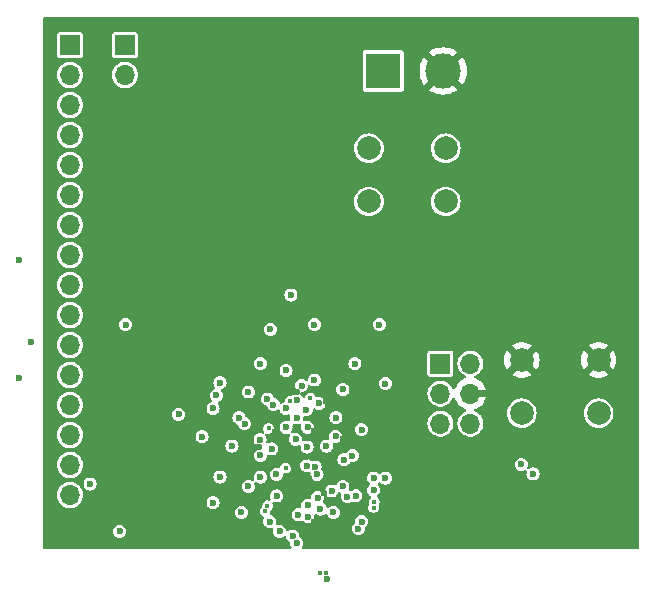
<source format=gbr>
%TF.GenerationSoftware,KiCad,Pcbnew,8.0.3*%
%TF.CreationDate,2025-04-27T14:59:32+02:00*%
%TF.ProjectId,FPGA_Audio_Board,46504741-5f41-4756-9469-6f5f426f6172,rev?*%
%TF.SameCoordinates,Original*%
%TF.FileFunction,Copper,L2,Inr*%
%TF.FilePolarity,Positive*%
%FSLAX46Y46*%
G04 Gerber Fmt 4.6, Leading zero omitted, Abs format (unit mm)*
G04 Created by KiCad (PCBNEW 8.0.3) date 2025-04-27 14:59:32*
%MOMM*%
%LPD*%
G01*
G04 APERTURE LIST*
%TA.AperFunction,ComponentPad*%
%ADD10C,2.000000*%
%TD*%
%TA.AperFunction,ComponentPad*%
%ADD11R,1.700000X1.700000*%
%TD*%
%TA.AperFunction,ComponentPad*%
%ADD12O,1.700000X1.700000*%
%TD*%
%TA.AperFunction,ComponentPad*%
%ADD13R,3.000000X3.000000*%
%TD*%
%TA.AperFunction,ComponentPad*%
%ADD14C,3.000000*%
%TD*%
%TA.AperFunction,ViaPad*%
%ADD15C,0.600000*%
%TD*%
%TA.AperFunction,ViaPad*%
%ADD16C,0.400000*%
%TD*%
%TA.AperFunction,ViaPad*%
%ADD17C,0.500000*%
%TD*%
G04 APERTURE END LIST*
D10*
%TO.N,GND*%
%TO.C,SW2*%
X160057500Y-102000000D03*
X166557500Y-102000000D03*
%TO.N,RESET*%
X160057500Y-106500000D03*
X166557500Y-106500000D03*
%TD*%
D11*
%TO.N,AUD_PWM*%
%TO.C,AUDIO_OUT_HEADER1*%
X126457500Y-75330000D03*
D12*
%TO.N,AUD_SD*%
X126457500Y-77870000D03*
%TD*%
D11*
%TO.N,SW_0*%
%TO.C,SW_HEADER1*%
X121807500Y-75330000D03*
D12*
%TO.N,SW_1*%
X121807500Y-77870000D03*
%TO.N,SW_2*%
X121807500Y-80410000D03*
%TO.N,SW_3*%
X121807500Y-82950000D03*
%TO.N,SW_4*%
X121807500Y-85490000D03*
%TO.N,SW_5*%
X121807500Y-88030000D03*
%TO.N,SW_6*%
X121807500Y-90570000D03*
%TO.N,SW_7*%
X121807500Y-93110000D03*
%TO.N,SW_8*%
X121807500Y-95650000D03*
%TO.N,SW_9*%
X121807500Y-98190000D03*
%TO.N,SW_10*%
X121807500Y-100730000D03*
%TO.N,SW_11*%
X121807500Y-103270000D03*
%TO.N,SW_12*%
X121807500Y-105810000D03*
%TO.N,SW_13*%
X121807500Y-108350000D03*
%TO.N,SW_14*%
X121807500Y-110890000D03*
%TO.N,SW_15*%
X121807500Y-113430000D03*
%TD*%
D13*
%TO.N,/POWER/+5V_IN*%
%TO.C,J1*%
X148317500Y-77530000D03*
D14*
%TO.N,GND*%
X153397500Y-77530000D03*
%TD*%
D10*
%TO.N,/POWER/+5V_IN*%
%TO.C,SW1*%
X147107500Y-84080000D03*
X153607500Y-84080000D03*
%TO.N,Net-(SW1-B)*%
X147107500Y-88580000D03*
X153607500Y-88580000D03*
%TD*%
D11*
%TO.N,TDI*%
%TO.C,JTAG1*%
X153157500Y-102300000D03*
D12*
%TO.N,3V3*%
X155697500Y-102300000D03*
%TO.N,TDO*%
X153157500Y-104840000D03*
%TO.N,GND*%
X155697500Y-104840000D03*
%TO.N,TCK*%
X153157500Y-107380000D03*
%TO.N,TMS*%
X155697500Y-107380000D03*
%TD*%
D15*
%TO.N,GND*%
X133000000Y-104500000D03*
%TO.N,1V8*%
X140500000Y-96500000D03*
%TO.N,GND*%
X144500000Y-86500000D03*
X133500000Y-90500000D03*
D16*
%TO.N,1V0*%
X140054988Y-111152512D03*
%TO.N,GND*%
X142000000Y-108500000D03*
D15*
X146500000Y-103500000D03*
D16*
X139053000Y-108027006D03*
D15*
%TO.N,1V8*%
X141842856Y-110942463D03*
X141876129Y-109375736D03*
X141915950Y-107691550D03*
X141807500Y-106200000D03*
%TO.N,GND*%
X142000000Y-112000000D03*
X137000000Y-108500000D03*
D16*
%TO.N,1V0*%
X138607500Y-107800000D03*
D15*
%TO.N,TMS*%
X148500000Y-104000000D03*
D16*
X142157500Y-105213603D03*
D15*
%TO.N,TDI*%
X148000000Y-99000000D03*
X142500000Y-99000000D03*
X141007500Y-105400000D03*
%TO.N,CLK100MHZ*%
X160000000Y-110850000D03*
D16*
X147557500Y-114000000D03*
D15*
X146205999Y-116272212D03*
X140665952Y-116902953D03*
X139550000Y-116500000D03*
X131000000Y-106600000D03*
X134184995Y-105000000D03*
%TO.N,TDO*%
X142885202Y-105665479D03*
D16*
%TO.N,TCK*%
X140467874Y-105506330D03*
D15*
%TO.N,1V0*%
X138773185Y-99400000D03*
X139007499Y-105777494D03*
%TO.N,GND*%
X142500000Y-108000000D03*
X141807500Y-110200000D03*
%TO.N,1V0*%
X137891709Y-108750105D03*
X138873346Y-109531081D03*
X137920907Y-110079093D03*
X139275830Y-111697356D03*
%TO.N,GND*%
X142005111Y-102486724D03*
X137807500Y-109400000D03*
%TO.N,SW_0*%
X144298526Y-108459706D03*
%TO.N,SW_1*%
X144999251Y-110450060D03*
%TO.N,SW_2*%
X143565686Y-120565686D03*
X142542336Y-111065162D03*
X148500000Y-112000000D03*
%TO.N,GND*%
X134005111Y-102486724D03*
D16*
%TO.N,SW_8*%
X138519499Y-114332967D03*
D15*
X123500000Y-112500000D03*
D16*
%TO.N,SW_9*%
X138315636Y-114789522D03*
D15*
X126000000Y-116500000D03*
%TO.N,SW_12*%
X136584995Y-107400000D03*
%TO.N,SW_11*%
X117500000Y-103500000D03*
D16*
X143000000Y-120000000D03*
D15*
X143007499Y-114622505D03*
%TO.N,SW_4*%
X146000000Y-113500000D03*
D16*
X147500000Y-114500000D03*
D15*
%TO.N,SW_13*%
X141939963Y-115266187D03*
%TO.N,3V3*%
X146500000Y-115692503D03*
%TO.N,GND*%
X142499047Y-115691550D03*
X134715952Y-115691550D03*
%TO.N,3V3*%
X144899050Y-112708451D03*
X144099050Y-114891548D03*
X141915951Y-114308450D03*
X138715952Y-115691550D03*
X139299050Y-113508452D03*
X136315950Y-114891548D03*
X134499050Y-111908452D03*
X133915952Y-114091550D03*
X146499050Y-107908452D03*
X142715950Y-111691550D03*
X145699050Y-110091548D03*
X143515952Y-109291550D03*
X144315952Y-106891550D03*
X142499047Y-103691550D03*
X140099050Y-102891548D03*
X145915951Y-102308450D03*
X144899050Y-104491549D03*
X140099048Y-107691550D03*
X140990005Y-106899784D03*
X138499050Y-105291549D03*
X140099048Y-106091550D03*
X137915951Y-102308450D03*
X135515952Y-109291550D03*
X136899049Y-104708450D03*
X136099048Y-106891550D03*
X133915950Y-106091550D03*
X132981268Y-108499511D03*
X134499050Y-103908452D03*
%TO.N,1V0*%
X140899050Y-108708452D03*
X137915950Y-111908451D03*
%TO.N,GND*%
X135299050Y-105291550D03*
X136315951Y-103108450D03*
X138499050Y-103908452D03*
X140994377Y-104700121D03*
X143515950Y-105508450D03*
X145915951Y-106308450D03*
X144899050Y-108708452D03*
X144099050Y-110891548D03*
X143299049Y-113291550D03*
X137915952Y-114091550D03*
X140315952Y-114891550D03*
X135299050Y-113508451D03*
X136099050Y-111108452D03*
X137699050Y-111108452D03*
X134715951Y-107908450D03*
X133915951Y-110308450D03*
X144315950Y-103108451D03*
%TO.N,3V3*%
X136899050Y-112708451D03*
%TO.N,SW_14*%
X141115952Y-115108450D03*
X141000000Y-117500000D03*
%TO.N,SW_10*%
X145284268Y-113569504D03*
X147500000Y-113000000D03*
X118500000Y-100500000D03*
%TO.N,SW_3*%
X143954235Y-113088221D03*
X147500000Y-112000000D03*
D16*
%TO.N,SW_7*%
X143500000Y-120000000D03*
D15*
X142765807Y-113663243D03*
X117500000Y-93500000D03*
%TO.N,AUD_SD*%
X141407500Y-104177495D03*
X126500000Y-99000000D03*
%TO.N,GND*%
X145000000Y-88980000D03*
%TO.N,CLK100MHZ*%
X161000000Y-111650000D03*
%TO.N,GND*%
X145507500Y-114407107D03*
X157500000Y-111000000D03*
X144500000Y-80500000D03*
X145000000Y-82500000D03*
X134000000Y-82500000D03*
D17*
X138000000Y-106500000D03*
%TD*%
%TA.AperFunction,Conductor*%
%TO.N,GND*%
G36*
X169943039Y-73019685D02*
G01*
X169988794Y-73072489D01*
X170000000Y-73124000D01*
X170000000Y-117876000D01*
X169980315Y-117943039D01*
X169927511Y-117988794D01*
X169876000Y-118000000D01*
X141561674Y-118000000D01*
X141494635Y-117980315D01*
X141448880Y-117927511D01*
X141438936Y-117858353D01*
X141463298Y-117800514D01*
X141468665Y-117793518D01*
X141480861Y-117777625D01*
X141536330Y-117643709D01*
X141555250Y-117500000D01*
X141536330Y-117356291D01*
X141480861Y-117222375D01*
X141392621Y-117107379D01*
X141277625Y-117019139D01*
X141277622Y-117019138D01*
X141271177Y-117014192D01*
X141272973Y-117011851D01*
X141234520Y-116971538D01*
X141222856Y-116911081D01*
X141221202Y-116911081D01*
X141221202Y-116902953D01*
X141208772Y-116808541D01*
X141202282Y-116759244D01*
X141146813Y-116625328D01*
X141058573Y-116510332D01*
X140943577Y-116422092D01*
X140943576Y-116422091D01*
X140943574Y-116422090D01*
X140809664Y-116366624D01*
X140809662Y-116366623D01*
X140809661Y-116366623D01*
X140731153Y-116356287D01*
X140665953Y-116347703D01*
X140665951Y-116347703D01*
X140522243Y-116366623D01*
X140522239Y-116366624D01*
X140388328Y-116422091D01*
X140388326Y-116422092D01*
X140292298Y-116495777D01*
X140227129Y-116520971D01*
X140158684Y-116506932D01*
X140108694Y-116458118D01*
X140093873Y-116413586D01*
X140086330Y-116356292D01*
X140086328Y-116356287D01*
X140082772Y-116347703D01*
X140051503Y-116272211D01*
X145650749Y-116272211D01*
X145650749Y-116272212D01*
X145669669Y-116415920D01*
X145669670Y-116415924D01*
X145725136Y-116549834D01*
X145725137Y-116549836D01*
X145725138Y-116549837D01*
X145813378Y-116664833D01*
X145928374Y-116753073D01*
X145928375Y-116753073D01*
X145928376Y-116753074D01*
X145943272Y-116759244D01*
X146062290Y-116808542D01*
X146189279Y-116825260D01*
X146205998Y-116827462D01*
X146205999Y-116827462D01*
X146206000Y-116827462D01*
X146220976Y-116825490D01*
X146349708Y-116808542D01*
X146483624Y-116753073D01*
X146598620Y-116664833D01*
X146686860Y-116549837D01*
X146742329Y-116415921D01*
X146761249Y-116272212D01*
X146760276Y-116264825D01*
X146771039Y-116195793D01*
X146807726Y-116150266D01*
X146892621Y-116085124D01*
X146980861Y-115970128D01*
X147036330Y-115836212D01*
X147055250Y-115692503D01*
X147055124Y-115691549D01*
X147047446Y-115633227D01*
X147036330Y-115548794D01*
X146980861Y-115414878D01*
X146892621Y-115299882D01*
X146777625Y-115211642D01*
X146777624Y-115211641D01*
X146777622Y-115211640D01*
X146643712Y-115156174D01*
X146643710Y-115156173D01*
X146643709Y-115156173D01*
X146571854Y-115146713D01*
X146500001Y-115137253D01*
X146499999Y-115137253D01*
X146356291Y-115156173D01*
X146356287Y-115156174D01*
X146222377Y-115211640D01*
X146107379Y-115299882D01*
X146019137Y-115414880D01*
X145963671Y-115548790D01*
X145963670Y-115548794D01*
X145944750Y-115692502D01*
X145945723Y-115699893D01*
X145934955Y-115768928D01*
X145898270Y-115814450D01*
X145813380Y-115879589D01*
X145725136Y-115994589D01*
X145669670Y-116128499D01*
X145669669Y-116128503D01*
X145650749Y-116272211D01*
X140051503Y-116272211D01*
X140033141Y-116227879D01*
X140030862Y-116222377D01*
X140030861Y-116222376D01*
X140030861Y-116222375D01*
X139942621Y-116107379D01*
X139827625Y-116019139D01*
X139827624Y-116019138D01*
X139827622Y-116019137D01*
X139693712Y-115963671D01*
X139693710Y-115963670D01*
X139693709Y-115963670D01*
X139621854Y-115954210D01*
X139550001Y-115944750D01*
X139549999Y-115944750D01*
X139498474Y-115951533D01*
X139406291Y-115963670D01*
X139406290Y-115963670D01*
X139398234Y-115964731D01*
X139397988Y-115962864D01*
X139338524Y-115961445D01*
X139280664Y-115922279D01*
X139253164Y-115858048D01*
X139253348Y-115827154D01*
X139271202Y-115691550D01*
X139252282Y-115547841D01*
X139210429Y-115446798D01*
X139196814Y-115413927D01*
X139196813Y-115413926D01*
X139196813Y-115413925D01*
X139108573Y-115298929D01*
X138993577Y-115210689D01*
X138993576Y-115210688D01*
X138993574Y-115210687D01*
X138859664Y-115155221D01*
X138859662Y-115155220D01*
X138859661Y-115155220D01*
X138847554Y-115153626D01*
X138822399Y-115150314D01*
X138758503Y-115122046D01*
X138749535Y-115108450D01*
X140560702Y-115108450D01*
X140574287Y-115211640D01*
X140579622Y-115252158D01*
X140579623Y-115252162D01*
X140635089Y-115386072D01*
X140635090Y-115386074D01*
X140635091Y-115386075D01*
X140723331Y-115501071D01*
X140838327Y-115589311D01*
X140838328Y-115589311D01*
X140838329Y-115589312D01*
X140882965Y-115607800D01*
X140972243Y-115644780D01*
X141099232Y-115661498D01*
X141115951Y-115663700D01*
X141115952Y-115663700D01*
X141115953Y-115663700D01*
X141130929Y-115661728D01*
X141259661Y-115644780D01*
X141381887Y-115594152D01*
X141451355Y-115586684D01*
X141513834Y-115617959D01*
X141527706Y-115633219D01*
X141547342Y-115658808D01*
X141662338Y-115747048D01*
X141796254Y-115802517D01*
X141923243Y-115819235D01*
X141939962Y-115821437D01*
X141939963Y-115821437D01*
X141939964Y-115821437D01*
X141954940Y-115819465D01*
X142083672Y-115802517D01*
X142217588Y-115747048D01*
X142332584Y-115658808D01*
X142420824Y-115543812D01*
X142476293Y-115409896D01*
X142495213Y-115266187D01*
X142484073Y-115181573D01*
X142494838Y-115112540D01*
X142541218Y-115060284D01*
X142608487Y-115041398D01*
X142675287Y-115061878D01*
X142682486Y-115067004D01*
X142729874Y-115103366D01*
X142729875Y-115103366D01*
X142729876Y-115103367D01*
X142742148Y-115108450D01*
X142863790Y-115158835D01*
X142990779Y-115175553D01*
X143007498Y-115177755D01*
X143007499Y-115177755D01*
X143007500Y-115177755D01*
X143022476Y-115175783D01*
X143151208Y-115158835D01*
X143285124Y-115103366D01*
X143388973Y-115023678D01*
X143454137Y-114998486D01*
X143522582Y-115012524D01*
X143572573Y-115061337D01*
X143579017Y-115074603D01*
X143613907Y-115158835D01*
X143618189Y-115169173D01*
X143706429Y-115284169D01*
X143821425Y-115372409D01*
X143955341Y-115427878D01*
X144082330Y-115444596D01*
X144099049Y-115446798D01*
X144099050Y-115446798D01*
X144099051Y-115446798D01*
X144114027Y-115444826D01*
X144242759Y-115427878D01*
X144376675Y-115372409D01*
X144491671Y-115284169D01*
X144579911Y-115169173D01*
X144635380Y-115035257D01*
X144654300Y-114891548D01*
X144635380Y-114747839D01*
X144593529Y-114646800D01*
X144579912Y-114613925D01*
X144579911Y-114613924D01*
X144579911Y-114613923D01*
X144491671Y-114498927D01*
X144376675Y-114410687D01*
X144376674Y-114410686D01*
X144376672Y-114410685D01*
X144242762Y-114355219D01*
X144242760Y-114355218D01*
X144242759Y-114355218D01*
X144141107Y-114341835D01*
X144099051Y-114336298D01*
X144099049Y-114336298D01*
X143955341Y-114355218D01*
X143955337Y-114355219D01*
X143821427Y-114410685D01*
X143783943Y-114439448D01*
X143717577Y-114490372D01*
X143652410Y-114515566D01*
X143583965Y-114501528D01*
X143533975Y-114452714D01*
X143527531Y-114439448D01*
X143488361Y-114344882D01*
X143488360Y-114344881D01*
X143488360Y-114344880D01*
X143400120Y-114229884D01*
X143285124Y-114141644D01*
X143285121Y-114141643D01*
X143285119Y-114141641D01*
X143278085Y-114137580D01*
X143279214Y-114135623D01*
X143233934Y-114099135D01*
X143211869Y-114032841D01*
X143229148Y-113965142D01*
X143237408Y-113952935D01*
X143246668Y-113940868D01*
X143302137Y-113806952D01*
X143321057Y-113663243D01*
X143302652Y-113523449D01*
X143313417Y-113454417D01*
X143359797Y-113402161D01*
X143427065Y-113383275D01*
X143493866Y-113403755D01*
X143523966Y-113431779D01*
X143561614Y-113480842D01*
X143676610Y-113569082D01*
X143676611Y-113569082D01*
X143676612Y-113569083D01*
X143717445Y-113585996D01*
X143810526Y-113624551D01*
X143937515Y-113641269D01*
X143954234Y-113643471D01*
X143954235Y-113643471D01*
X143954236Y-113643471D01*
X143969212Y-113641499D01*
X144097944Y-113624551D01*
X144231860Y-113569082D01*
X144346856Y-113480842D01*
X144435096Y-113365846D01*
X144477345Y-113263844D01*
X144521182Y-113209445D01*
X144587476Y-113187379D01*
X144639354Y-113196738D01*
X144698459Y-113221220D01*
X144752862Y-113265061D01*
X144774927Y-113331355D01*
X144765568Y-113383232D01*
X144747938Y-113425795D01*
X144729074Y-113569082D01*
X144729018Y-113569504D01*
X144746057Y-113698929D01*
X144747938Y-113713212D01*
X144747939Y-113713216D01*
X144803405Y-113847126D01*
X144803406Y-113847128D01*
X144803407Y-113847129D01*
X144891647Y-113962125D01*
X145006643Y-114050365D01*
X145006644Y-114050365D01*
X145006645Y-114050366D01*
X145019919Y-114055864D01*
X145140559Y-114105834D01*
X145267548Y-114122552D01*
X145284267Y-114124754D01*
X145284268Y-114124754D01*
X145284269Y-114124754D01*
X145299245Y-114122782D01*
X145427977Y-114105834D01*
X145561893Y-114050365D01*
X145620180Y-114005638D01*
X145685347Y-113980444D01*
X145743118Y-113989453D01*
X145856291Y-114036330D01*
X145983280Y-114053048D01*
X145999999Y-114055250D01*
X146000000Y-114055250D01*
X146000001Y-114055250D01*
X146014977Y-114053278D01*
X146143709Y-114036330D01*
X146277625Y-113980861D01*
X146392621Y-113892621D01*
X146480861Y-113777625D01*
X146536330Y-113643709D01*
X146555250Y-113500000D01*
X146536330Y-113356291D01*
X146484362Y-113230827D01*
X146480862Y-113222377D01*
X146480861Y-113222376D01*
X146480861Y-113222375D01*
X146392621Y-113107379D01*
X146277625Y-113019139D01*
X146277624Y-113019138D01*
X146277622Y-113019137D01*
X146143712Y-112963671D01*
X146143710Y-112963670D01*
X146143709Y-112963670D01*
X146064198Y-112953202D01*
X146000001Y-112944750D01*
X145999999Y-112944750D01*
X145856291Y-112963670D01*
X145856287Y-112963671D01*
X145722376Y-113019138D01*
X145722374Y-113019139D01*
X145664086Y-113063865D01*
X145598916Y-113089059D01*
X145541150Y-113080051D01*
X145484856Y-113056733D01*
X145430456Y-113012895D01*
X145408390Y-112946601D01*
X145417749Y-112894724D01*
X145435380Y-112852160D01*
X145454300Y-112708451D01*
X145435380Y-112564742D01*
X145397050Y-112472204D01*
X145379912Y-112430828D01*
X145379911Y-112430827D01*
X145379911Y-112430826D01*
X145291671Y-112315830D01*
X145176675Y-112227590D01*
X145176674Y-112227589D01*
X145176672Y-112227588D01*
X145042762Y-112172122D01*
X145042760Y-112172121D01*
X145042759Y-112172121D01*
X144970904Y-112162661D01*
X144899051Y-112153201D01*
X144899049Y-112153201D01*
X144755341Y-112172121D01*
X144755337Y-112172122D01*
X144621427Y-112227588D01*
X144506429Y-112315830D01*
X144418188Y-112430827D01*
X144375940Y-112532824D01*
X144332099Y-112587227D01*
X144265805Y-112609292D01*
X144213927Y-112599932D01*
X144097947Y-112551892D01*
X144097945Y-112551891D01*
X144097944Y-112551891D01*
X143979749Y-112536330D01*
X143954236Y-112532971D01*
X143954234Y-112532971D01*
X143810526Y-112551891D01*
X143810522Y-112551892D01*
X143676612Y-112607358D01*
X143561614Y-112695600D01*
X143473372Y-112810598D01*
X143417906Y-112944508D01*
X143417905Y-112944512D01*
X143398985Y-113088220D01*
X143398985Y-113088221D01*
X143417389Y-113228011D01*
X143406624Y-113297047D01*
X143360244Y-113349303D01*
X143292975Y-113368188D01*
X143226174Y-113347708D01*
X143196075Y-113319684D01*
X143174739Y-113291879D01*
X143158428Y-113270622D01*
X143043432Y-113182382D01*
X143043431Y-113182381D01*
X143043429Y-113182380D01*
X142909519Y-113126914D01*
X142909517Y-113126913D01*
X142909516Y-113126913D01*
X142837661Y-113117453D01*
X142765808Y-113107993D01*
X142765806Y-113107993D01*
X142622098Y-113126913D01*
X142622094Y-113126914D01*
X142488184Y-113182380D01*
X142373186Y-113270622D01*
X142284944Y-113385620D01*
X142229478Y-113519530D01*
X142229477Y-113519535D01*
X142210025Y-113667280D01*
X142181758Y-113731177D01*
X142123433Y-113769647D01*
X142068051Y-113770642D01*
X142067717Y-113773181D01*
X142059660Y-113772120D01*
X141921557Y-113753938D01*
X141915952Y-113753200D01*
X141915950Y-113753200D01*
X141772242Y-113772120D01*
X141772238Y-113772121D01*
X141638328Y-113827587D01*
X141523330Y-113915829D01*
X141435088Y-114030827D01*
X141379622Y-114164737D01*
X141379621Y-114164741D01*
X141360701Y-114308449D01*
X141360701Y-114308452D01*
X141376715Y-114430090D01*
X141365949Y-114499125D01*
X141319569Y-114551381D01*
X141252301Y-114570266D01*
X141237591Y-114569214D01*
X141115954Y-114553200D01*
X141115951Y-114553200D01*
X140972243Y-114572120D01*
X140972239Y-114572121D01*
X140838329Y-114627587D01*
X140723331Y-114715829D01*
X140635089Y-114830827D01*
X140579623Y-114964737D01*
X140579622Y-114964741D01*
X140560702Y-115108450D01*
X138749535Y-115108450D01*
X138720032Y-115063721D01*
X138719202Y-114993856D01*
X138725792Y-114975863D01*
X138752333Y-114917748D01*
X138770769Y-114789522D01*
X138770769Y-114789520D01*
X138770769Y-114780653D01*
X138772894Y-114780653D01*
X138781129Y-114723326D01*
X138812735Y-114681104D01*
X138817544Y-114676936D01*
X138817548Y-114676934D01*
X138902381Y-114579030D01*
X138956196Y-114461193D01*
X138974632Y-114332967D01*
X138956196Y-114204741D01*
X138950564Y-114192410D01*
X138940620Y-114123254D01*
X138969643Y-114059697D01*
X139028421Y-114021922D01*
X139098290Y-114021920D01*
X139110811Y-114026337D01*
X139155341Y-114044782D01*
X139268630Y-114059697D01*
X139299049Y-114063702D01*
X139299050Y-114063702D01*
X139299051Y-114063702D01*
X139314027Y-114061730D01*
X139442759Y-114044782D01*
X139576675Y-113989313D01*
X139691671Y-113901073D01*
X139779911Y-113786077D01*
X139835380Y-113652161D01*
X139854300Y-113508452D01*
X139835380Y-113364743D01*
X139785691Y-113244781D01*
X139779912Y-113230829D01*
X139779911Y-113230828D01*
X139779911Y-113230827D01*
X139691671Y-113115831D01*
X139576675Y-113027591D01*
X139576674Y-113027590D01*
X139576672Y-113027589D01*
X139442762Y-112972123D01*
X139442760Y-112972122D01*
X139442759Y-112972122D01*
X139370904Y-112962662D01*
X139299051Y-112953202D01*
X139299049Y-112953202D01*
X139155341Y-112972122D01*
X139155337Y-112972123D01*
X139021427Y-113027589D01*
X138906429Y-113115831D01*
X138818187Y-113230829D01*
X138762721Y-113364739D01*
X138762720Y-113364743D01*
X138743800Y-113508451D01*
X138743800Y-113508452D01*
X138762720Y-113652160D01*
X138762721Y-113652164D01*
X138796850Y-113734560D01*
X138804319Y-113804029D01*
X138773043Y-113866508D01*
X138712954Y-113902160D01*
X138647355Y-113900989D01*
X138584273Y-113882467D01*
X138584271Y-113882467D01*
X138454727Y-113882467D01*
X138454725Y-113882467D01*
X138330434Y-113918961D01*
X138330431Y-113918962D01*
X138330430Y-113918963D01*
X138296350Y-113940865D01*
X138221449Y-113989000D01*
X138136617Y-114086904D01*
X138136616Y-114086905D01*
X138082801Y-114204741D01*
X138064366Y-114332967D01*
X138064366Y-114341835D01*
X138062244Y-114341835D01*
X138053996Y-114399181D01*
X138022413Y-114441373D01*
X138017584Y-114445557D01*
X137932756Y-114543454D01*
X137932753Y-114543460D01*
X137878938Y-114661296D01*
X137860503Y-114789522D01*
X137878938Y-114917747D01*
X137932753Y-115035583D01*
X137932754Y-115035585D01*
X138017587Y-115133489D01*
X138126567Y-115203526D01*
X138173338Y-115217259D01*
X138232116Y-115255032D01*
X138261142Y-115318587D01*
X138251199Y-115387746D01*
X138236787Y-115411713D01*
X138235093Y-115413919D01*
X138235090Y-115413926D01*
X138179623Y-115547837D01*
X138179622Y-115547841D01*
X138164369Y-115663700D01*
X138160702Y-115691550D01*
X138176882Y-115814450D01*
X138179622Y-115835258D01*
X138179623Y-115835262D01*
X138235089Y-115969172D01*
X138235090Y-115969174D01*
X138235091Y-115969175D01*
X138323331Y-116084171D01*
X138438327Y-116172411D01*
X138438328Y-116172411D01*
X138438329Y-116172412D01*
X138468495Y-116184907D01*
X138572243Y-116227880D01*
X138699232Y-116244598D01*
X138715951Y-116246800D01*
X138715952Y-116246800D01*
X138715953Y-116246800D01*
X138767477Y-116240016D01*
X138859661Y-116227880D01*
X138859661Y-116227879D01*
X138867718Y-116226819D01*
X138867964Y-116228690D01*
X138927402Y-116230097D01*
X138985271Y-116269251D01*
X139012784Y-116333475D01*
X139012602Y-116364399D01*
X138994750Y-116499997D01*
X138994750Y-116500000D01*
X139013670Y-116643708D01*
X139013671Y-116643712D01*
X139069137Y-116777622D01*
X139069138Y-116777624D01*
X139069139Y-116777625D01*
X139157379Y-116892621D01*
X139272375Y-116980861D01*
X139406291Y-117036330D01*
X139533280Y-117053048D01*
X139549999Y-117055250D01*
X139550000Y-117055250D01*
X139550001Y-117055250D01*
X139564977Y-117053278D01*
X139693709Y-117036330D01*
X139827625Y-116980861D01*
X139923653Y-116907175D01*
X139988821Y-116881981D01*
X140057266Y-116896019D01*
X140107256Y-116944832D01*
X140122078Y-116989364D01*
X140125039Y-117011851D01*
X140128261Y-117036328D01*
X140129622Y-117046661D01*
X140129623Y-117046665D01*
X140185089Y-117180575D01*
X140185090Y-117180577D01*
X140185091Y-117180578D01*
X140273331Y-117295574D01*
X140388327Y-117383814D01*
X140388329Y-117383814D01*
X140394775Y-117388761D01*
X140392981Y-117391098D01*
X140431444Y-117431440D01*
X140443089Y-117491873D01*
X140444750Y-117491873D01*
X140444750Y-117500000D01*
X140463670Y-117643708D01*
X140463671Y-117643712D01*
X140519138Y-117777623D01*
X140519139Y-117777625D01*
X140536702Y-117800514D01*
X140561896Y-117865684D01*
X140547857Y-117934128D01*
X140499043Y-117984118D01*
X140438326Y-118000000D01*
X119624000Y-118000000D01*
X119556961Y-117980315D01*
X119511206Y-117927511D01*
X119500000Y-117876000D01*
X119500000Y-116499999D01*
X125444750Y-116499999D01*
X125444750Y-116500000D01*
X125463670Y-116643708D01*
X125463671Y-116643712D01*
X125519137Y-116777622D01*
X125519138Y-116777624D01*
X125519139Y-116777625D01*
X125607379Y-116892621D01*
X125722375Y-116980861D01*
X125856291Y-117036330D01*
X125983280Y-117053048D01*
X125999999Y-117055250D01*
X126000000Y-117055250D01*
X126000001Y-117055250D01*
X126014977Y-117053278D01*
X126143709Y-117036330D01*
X126277625Y-116980861D01*
X126392621Y-116892621D01*
X126480861Y-116777625D01*
X126536330Y-116643709D01*
X126555250Y-116500000D01*
X126536330Y-116356291D01*
X126483141Y-116227879D01*
X126480862Y-116222377D01*
X126480861Y-116222376D01*
X126480861Y-116222375D01*
X126392621Y-116107379D01*
X126277625Y-116019139D01*
X126277624Y-116019138D01*
X126277622Y-116019137D01*
X126143712Y-115963671D01*
X126143710Y-115963670D01*
X126143709Y-115963670D01*
X126071854Y-115954210D01*
X126000001Y-115944750D01*
X125999999Y-115944750D01*
X125856291Y-115963670D01*
X125856287Y-115963671D01*
X125722377Y-116019137D01*
X125607379Y-116107379D01*
X125519137Y-116222377D01*
X125463671Y-116356287D01*
X125463670Y-116356291D01*
X125444750Y-116499999D01*
X119500000Y-116499999D01*
X119500000Y-114891548D01*
X135760700Y-114891548D01*
X135771800Y-114975863D01*
X135779620Y-115035256D01*
X135779621Y-115035260D01*
X135835087Y-115169170D01*
X135835088Y-115169171D01*
X135835089Y-115169173D01*
X135923329Y-115284169D01*
X136038325Y-115372409D01*
X136172241Y-115427878D01*
X136299230Y-115444596D01*
X136315949Y-115446798D01*
X136315950Y-115446798D01*
X136315951Y-115446798D01*
X136330927Y-115444826D01*
X136459659Y-115427878D01*
X136593575Y-115372409D01*
X136708571Y-115284169D01*
X136796811Y-115169173D01*
X136852280Y-115035257D01*
X136871200Y-114891548D01*
X136852280Y-114747839D01*
X136810429Y-114646800D01*
X136796812Y-114613925D01*
X136796811Y-114613924D01*
X136796811Y-114613923D01*
X136708571Y-114498927D01*
X136593575Y-114410687D01*
X136593574Y-114410686D01*
X136593572Y-114410685D01*
X136459662Y-114355219D01*
X136459660Y-114355218D01*
X136459659Y-114355218D01*
X136358007Y-114341835D01*
X136315951Y-114336298D01*
X136315949Y-114336298D01*
X136172241Y-114355218D01*
X136172237Y-114355219D01*
X136038327Y-114410685D01*
X135923329Y-114498927D01*
X135835087Y-114613925D01*
X135779621Y-114747835D01*
X135779620Y-114747839D01*
X135760700Y-114891548D01*
X119500000Y-114891548D01*
X119500000Y-113429999D01*
X120702285Y-113429999D01*
X120702285Y-113430000D01*
X120721102Y-113633082D01*
X120776917Y-113829247D01*
X120776922Y-113829260D01*
X120867827Y-114011821D01*
X120990737Y-114174581D01*
X121141458Y-114311980D01*
X121141460Y-114311982D01*
X121180732Y-114336298D01*
X121314863Y-114419348D01*
X121505044Y-114493024D01*
X121705524Y-114530500D01*
X121705526Y-114530500D01*
X121909474Y-114530500D01*
X121909476Y-114530500D01*
X122109956Y-114493024D01*
X122300137Y-114419348D01*
X122473541Y-114311981D01*
X122624264Y-114174579D01*
X122686965Y-114091550D01*
X133360702Y-114091550D01*
X133371633Y-114174581D01*
X133379622Y-114235258D01*
X133379623Y-114235262D01*
X133435089Y-114369172D01*
X133435090Y-114369174D01*
X133435091Y-114369175D01*
X133523331Y-114484171D01*
X133638327Y-114572411D01*
X133638328Y-114572411D01*
X133638329Y-114572412D01*
X133654307Y-114579030D01*
X133772243Y-114627880D01*
X133899232Y-114644598D01*
X133915951Y-114646800D01*
X133915952Y-114646800D01*
X133915953Y-114646800D01*
X133930929Y-114644828D01*
X134059661Y-114627880D01*
X134193577Y-114572411D01*
X134308573Y-114484171D01*
X134396813Y-114369175D01*
X134452282Y-114235259D01*
X134471202Y-114091550D01*
X134470590Y-114086905D01*
X134465780Y-114050365D01*
X134452282Y-113947841D01*
X134403161Y-113829250D01*
X134396814Y-113813927D01*
X134396813Y-113813926D01*
X134396813Y-113813925D01*
X134308573Y-113698929D01*
X134193577Y-113610689D01*
X134193576Y-113610688D01*
X134193574Y-113610687D01*
X134059664Y-113555221D01*
X134059662Y-113555220D01*
X134059661Y-113555220D01*
X133987806Y-113545760D01*
X133915953Y-113536300D01*
X133915951Y-113536300D01*
X133772243Y-113555220D01*
X133772239Y-113555221D01*
X133638329Y-113610687D01*
X133523331Y-113698929D01*
X133435089Y-113813927D01*
X133379623Y-113947837D01*
X133379622Y-113947841D01*
X133361314Y-114086905D01*
X133360702Y-114091550D01*
X122686965Y-114091550D01*
X122747173Y-114011821D01*
X122838082Y-113829250D01*
X122893897Y-113633083D01*
X122912715Y-113430000D01*
X122909251Y-113392622D01*
X122893897Y-113226917D01*
X122888926Y-113209445D01*
X122838082Y-113030750D01*
X122834275Y-113023105D01*
X122751210Y-112856287D01*
X122747173Y-112848179D01*
X122652170Y-112722375D01*
X122624262Y-112685418D01*
X122473541Y-112548019D01*
X122473539Y-112548017D01*
X122395988Y-112500000D01*
X122944750Y-112500000D01*
X122958884Y-112607360D01*
X122963670Y-112643708D01*
X122963671Y-112643712D01*
X123019137Y-112777622D01*
X123019138Y-112777624D01*
X123019139Y-112777625D01*
X123107379Y-112892621D01*
X123222375Y-112980861D01*
X123356291Y-113036330D01*
X123483280Y-113053048D01*
X123499999Y-113055250D01*
X123500000Y-113055250D01*
X123500001Y-113055250D01*
X123514977Y-113053278D01*
X123643709Y-113036330D01*
X123777625Y-112980861D01*
X123892621Y-112892621D01*
X123980861Y-112777625D01*
X124009514Y-112708450D01*
X136343800Y-112708450D01*
X136343800Y-112708451D01*
X136362720Y-112852159D01*
X136362721Y-112852163D01*
X136418187Y-112986073D01*
X136418188Y-112986075D01*
X136418189Y-112986076D01*
X136506429Y-113101072D01*
X136621425Y-113189312D01*
X136621426Y-113189312D01*
X136621427Y-113189313D01*
X136666063Y-113207801D01*
X136755341Y-113244781D01*
X136882330Y-113261499D01*
X136899049Y-113263701D01*
X136899050Y-113263701D01*
X136899051Y-113263701D01*
X136914027Y-113261729D01*
X137042759Y-113244781D01*
X137176675Y-113189312D01*
X137291671Y-113101072D01*
X137379911Y-112986076D01*
X137435380Y-112852160D01*
X137454300Y-112708451D01*
X137435380Y-112564742D01*
X137411395Y-112506838D01*
X137403927Y-112437370D01*
X137435202Y-112374891D01*
X137495291Y-112339239D01*
X137565116Y-112341733D01*
X137601444Y-112361012D01*
X137638323Y-112389311D01*
X137638324Y-112389311D01*
X137638325Y-112389312D01*
X137772241Y-112444781D01*
X137899230Y-112461499D01*
X137915949Y-112463701D01*
X137915950Y-112463701D01*
X137915951Y-112463701D01*
X137930927Y-112461729D01*
X138059659Y-112444781D01*
X138193575Y-112389312D01*
X138308571Y-112301072D01*
X138396811Y-112186076D01*
X138452280Y-112052160D01*
X138471200Y-111908451D01*
X138452280Y-111764742D01*
X138424368Y-111697356D01*
X138720580Y-111697356D01*
X138738735Y-111835258D01*
X138739500Y-111841064D01*
X138739501Y-111841068D01*
X138794967Y-111974978D01*
X138794968Y-111974980D01*
X138794969Y-111974981D01*
X138883209Y-112089977D01*
X138998205Y-112178217D01*
X138998206Y-112178217D01*
X138998207Y-112178218D01*
X139017181Y-112186077D01*
X139132121Y-112233686D01*
X139259110Y-112250404D01*
X139275829Y-112252606D01*
X139275830Y-112252606D01*
X139275831Y-112252606D01*
X139290807Y-112250634D01*
X139419539Y-112233686D01*
X139553455Y-112178217D01*
X139668451Y-112089977D01*
X139756691Y-111974981D01*
X139812160Y-111841065D01*
X139830056Y-111705131D01*
X139858323Y-111641236D01*
X139916647Y-111602765D01*
X139981400Y-111601994D01*
X139981436Y-111601750D01*
X139983005Y-111601975D01*
X139986512Y-111601934D01*
X139987930Y-111602341D01*
X139990215Y-111603012D01*
X139990216Y-111603012D01*
X140119761Y-111603012D01*
X140119761Y-111603011D01*
X140244057Y-111566516D01*
X140353037Y-111496479D01*
X140437870Y-111398575D01*
X140491685Y-111280738D01*
X140510121Y-111152512D01*
X140491685Y-111024286D01*
X140454317Y-110942462D01*
X141287606Y-110942462D01*
X141287606Y-110942463D01*
X141306526Y-111086171D01*
X141306527Y-111086175D01*
X141361993Y-111220085D01*
X141361994Y-111220087D01*
X141361995Y-111220088D01*
X141450235Y-111335084D01*
X141565231Y-111423324D01*
X141565232Y-111423324D01*
X141565233Y-111423325D01*
X141609869Y-111441813D01*
X141699147Y-111478793D01*
X141826136Y-111495511D01*
X141842855Y-111497713D01*
X141842856Y-111497713D01*
X141842857Y-111497713D01*
X141857833Y-111495741D01*
X141986565Y-111478793D01*
X142001942Y-111472423D01*
X142071409Y-111464952D01*
X142133889Y-111496225D01*
X142169543Y-111556313D01*
X142172335Y-111603168D01*
X142160700Y-111691547D01*
X142160700Y-111691550D01*
X142179620Y-111835258D01*
X142179621Y-111835262D01*
X142235087Y-111969172D01*
X142235088Y-111969174D01*
X142235089Y-111969175D01*
X142323329Y-112084171D01*
X142438325Y-112172411D01*
X142438326Y-112172411D01*
X142438327Y-112172412D01*
X142471929Y-112186330D01*
X142572241Y-112227880D01*
X142699230Y-112244598D01*
X142715949Y-112246800D01*
X142715950Y-112246800D01*
X142715951Y-112246800D01*
X142730927Y-112244828D01*
X142859659Y-112227880D01*
X142993575Y-112172411D01*
X143108571Y-112084171D01*
X143173158Y-112000000D01*
X146944750Y-112000000D01*
X146961978Y-112130861D01*
X146963670Y-112143708D01*
X146963671Y-112143712D01*
X147019137Y-112277622D01*
X147019138Y-112277624D01*
X147019139Y-112277625D01*
X147107379Y-112392621D01*
X147116711Y-112399782D01*
X147119113Y-112401625D01*
X147160316Y-112458053D01*
X147164470Y-112527799D01*
X147130257Y-112588719D01*
X147119113Y-112598375D01*
X147107381Y-112607377D01*
X147107380Y-112607378D01*
X147107379Y-112607379D01*
X147079503Y-112643708D01*
X147019137Y-112722377D01*
X146963671Y-112856287D01*
X146963670Y-112856291D01*
X146946584Y-112986073D01*
X146944750Y-113000000D01*
X146958056Y-113101071D01*
X146963670Y-113143708D01*
X146963671Y-113143712D01*
X147019137Y-113277622D01*
X147019138Y-113277624D01*
X147019139Y-113277625D01*
X147107379Y-113392621D01*
X147222375Y-113480861D01*
X147222377Y-113480861D01*
X147228823Y-113485808D01*
X147227214Y-113487904D01*
X147266415Y-113529018D01*
X147279637Y-113597625D01*
X147253669Y-113662490D01*
X147249913Y-113667038D01*
X147174620Y-113753932D01*
X147174617Y-113753938D01*
X147120802Y-113871774D01*
X147102367Y-114000000D01*
X147120802Y-114128225D01*
X147120804Y-114128232D01*
X147124706Y-114136775D01*
X147134649Y-114205933D01*
X147119907Y-114245462D01*
X147120802Y-114245871D01*
X147063302Y-114371774D01*
X147044867Y-114500000D01*
X147063302Y-114628225D01*
X147103310Y-114715829D01*
X147117118Y-114746063D01*
X147201951Y-114843967D01*
X147310931Y-114914004D01*
X147435225Y-114950499D01*
X147435227Y-114950500D01*
X147435228Y-114950500D01*
X147564773Y-114950500D01*
X147564773Y-114950499D01*
X147689069Y-114914004D01*
X147798049Y-114843967D01*
X147882882Y-114746063D01*
X147936697Y-114628226D01*
X147955133Y-114500000D01*
X147936697Y-114371774D01*
X147932793Y-114363225D01*
X147922850Y-114294067D01*
X147937594Y-114254539D01*
X147936698Y-114254130D01*
X147959957Y-114203200D01*
X147994197Y-114128226D01*
X148012633Y-114000000D01*
X147994197Y-113871774D01*
X147940382Y-113753937D01*
X147855549Y-113656033D01*
X147837255Y-113644276D01*
X147791501Y-113591473D01*
X147781557Y-113522314D01*
X147810582Y-113458759D01*
X147828803Y-113441590D01*
X147892621Y-113392621D01*
X147980861Y-113277625D01*
X148036330Y-113143709D01*
X148055250Y-113000000D01*
X148036330Y-112856291D01*
X147980861Y-112722375D01*
X147892621Y-112607379D01*
X147880886Y-112598374D01*
X147839685Y-112541950D01*
X147835529Y-112472204D01*
X147869740Y-112411283D01*
X147880876Y-112401632D01*
X147892621Y-112392621D01*
X147901625Y-112380886D01*
X147958050Y-112339685D01*
X148027796Y-112335529D01*
X148088717Y-112369740D01*
X148098367Y-112380876D01*
X148107379Y-112392621D01*
X148222375Y-112480861D01*
X148356291Y-112536330D01*
X148474494Y-112551892D01*
X148499999Y-112555250D01*
X148500000Y-112555250D01*
X148500001Y-112555250D01*
X148514977Y-112553278D01*
X148643709Y-112536330D01*
X148777625Y-112480861D01*
X148892621Y-112392621D01*
X148980861Y-112277625D01*
X149036330Y-112143709D01*
X149055250Y-112000000D01*
X149036330Y-111856291D01*
X148980861Y-111722375D01*
X148892621Y-111607379D01*
X148777625Y-111519139D01*
X148777624Y-111519138D01*
X148777622Y-111519137D01*
X148643712Y-111463671D01*
X148643710Y-111463670D01*
X148643709Y-111463670D01*
X148571854Y-111454210D01*
X148500001Y-111444750D01*
X148499999Y-111444750D01*
X148356291Y-111463670D01*
X148356287Y-111463671D01*
X148222377Y-111519137D01*
X148173929Y-111556313D01*
X148107379Y-111607379D01*
X148107378Y-111607380D01*
X148107377Y-111607381D01*
X148098375Y-111619113D01*
X148041947Y-111660316D01*
X147972201Y-111664470D01*
X147911281Y-111630257D01*
X147901625Y-111619113D01*
X147899782Y-111616711D01*
X147892621Y-111607379D01*
X147777625Y-111519139D01*
X147777624Y-111519138D01*
X147777622Y-111519137D01*
X147643712Y-111463671D01*
X147643710Y-111463670D01*
X147643709Y-111463670D01*
X147571854Y-111454210D01*
X147500001Y-111444750D01*
X147499999Y-111444750D01*
X147356291Y-111463670D01*
X147356287Y-111463671D01*
X147222377Y-111519137D01*
X147107379Y-111607379D01*
X147019137Y-111722377D01*
X146963671Y-111856287D01*
X146963670Y-111856291D01*
X146954279Y-111927625D01*
X146944750Y-112000000D01*
X143173158Y-112000000D01*
X143196811Y-111969175D01*
X143252280Y-111835259D01*
X143271200Y-111691550D01*
X143252280Y-111547841D01*
X143196811Y-111413925D01*
X143196810Y-111413924D01*
X143196810Y-111413923D01*
X143104193Y-111293224D01*
X143078998Y-111228055D01*
X143079628Y-111201557D01*
X143097586Y-111065162D01*
X143078666Y-110921453D01*
X143023197Y-110787537D01*
X142934957Y-110672541D01*
X142819961Y-110584301D01*
X142819960Y-110584300D01*
X142819958Y-110584299D01*
X142686048Y-110528833D01*
X142686046Y-110528832D01*
X142686045Y-110528832D01*
X142614190Y-110519372D01*
X142542337Y-110509912D01*
X142542335Y-110509912D01*
X142398627Y-110528832D01*
X142341030Y-110552689D01*
X142271561Y-110560157D01*
X142218092Y-110536502D01*
X142120482Y-110461602D01*
X142120479Y-110461601D01*
X142092616Y-110450060D01*
X144444001Y-110450060D01*
X144461674Y-110584301D01*
X144462921Y-110593768D01*
X144462922Y-110593772D01*
X144518388Y-110727682D01*
X144518389Y-110727684D01*
X144518390Y-110727685D01*
X144606630Y-110842681D01*
X144721626Y-110930921D01*
X144855542Y-110986390D01*
X144982531Y-111003108D01*
X144999250Y-111005310D01*
X144999251Y-111005310D01*
X144999252Y-111005310D01*
X145014228Y-111003338D01*
X145142960Y-110986390D01*
X145276876Y-110930921D01*
X145382334Y-110850000D01*
X159444750Y-110850000D01*
X159462706Y-110986390D01*
X159463670Y-110993708D01*
X159463671Y-110993712D01*
X159519137Y-111127622D01*
X159519138Y-111127624D01*
X159519139Y-111127625D01*
X159607379Y-111242621D01*
X159722375Y-111330861D01*
X159856291Y-111386330D01*
X159983280Y-111403048D01*
X159999999Y-111405250D01*
X160000000Y-111405250D01*
X160000001Y-111405250D01*
X160014977Y-111403278D01*
X160143709Y-111386330D01*
X160277625Y-111330861D01*
X160289730Y-111321571D01*
X160354897Y-111296376D01*
X160423342Y-111310412D01*
X160473333Y-111359225D01*
X160488999Y-111427315D01*
X160479780Y-111467397D01*
X160463670Y-111506290D01*
X160463670Y-111506291D01*
X160451025Y-111602341D01*
X160444750Y-111650000D01*
X160460809Y-111771981D01*
X160463670Y-111793708D01*
X160463671Y-111793712D01*
X160519137Y-111927622D01*
X160519138Y-111927624D01*
X160519139Y-111927625D01*
X160607379Y-112042621D01*
X160722375Y-112130861D01*
X160722376Y-112130861D01*
X160722377Y-112130862D01*
X160767013Y-112149350D01*
X160856291Y-112186330D01*
X160983280Y-112203048D01*
X160999999Y-112205250D01*
X161000000Y-112205250D01*
X161000001Y-112205250D01*
X161014977Y-112203278D01*
X161143709Y-112186330D01*
X161277625Y-112130861D01*
X161392621Y-112042621D01*
X161480861Y-111927625D01*
X161536330Y-111793709D01*
X161555250Y-111650000D01*
X161536330Y-111506291D01*
X161498071Y-111413925D01*
X161480862Y-111372377D01*
X161480861Y-111372376D01*
X161480861Y-111372375D01*
X161392621Y-111257379D01*
X161277625Y-111169139D01*
X161277624Y-111169138D01*
X161277622Y-111169137D01*
X161143712Y-111113671D01*
X161143710Y-111113670D01*
X161143709Y-111113670D01*
X161071854Y-111104210D01*
X161000001Y-111094750D01*
X160999999Y-111094750D01*
X160856291Y-111113670D01*
X160856287Y-111113671D01*
X160722376Y-111169138D01*
X160722375Y-111169138D01*
X160710265Y-111178431D01*
X160645095Y-111203623D01*
X160576651Y-111189583D01*
X160526662Y-111140768D01*
X160511001Y-111072676D01*
X160520218Y-111032607D01*
X160536330Y-110993709D01*
X160555250Y-110850000D01*
X160536330Y-110706291D01*
X160485800Y-110584299D01*
X160480862Y-110572377D01*
X160480861Y-110572376D01*
X160480861Y-110572375D01*
X160392621Y-110457379D01*
X160277625Y-110369139D01*
X160277624Y-110369138D01*
X160277622Y-110369137D01*
X160143712Y-110313671D01*
X160143710Y-110313670D01*
X160143709Y-110313670D01*
X160071854Y-110304210D01*
X160000001Y-110294750D01*
X159999999Y-110294750D01*
X159856291Y-110313670D01*
X159856287Y-110313671D01*
X159722377Y-110369137D01*
X159607379Y-110457379D01*
X159519137Y-110572377D01*
X159463671Y-110706287D01*
X159463670Y-110706291D01*
X159445714Y-110842681D01*
X159444750Y-110850000D01*
X145382334Y-110850000D01*
X145391872Y-110842681D01*
X145480112Y-110727685D01*
X145486792Y-110711555D01*
X145530629Y-110657152D01*
X145596922Y-110635084D01*
X145617529Y-110636065D01*
X145699050Y-110646798D01*
X145842759Y-110627878D01*
X145976675Y-110572409D01*
X146091671Y-110484169D01*
X146179911Y-110369173D01*
X146235380Y-110235257D01*
X146254300Y-110091548D01*
X146235380Y-109947839D01*
X146179911Y-109813923D01*
X146091671Y-109698927D01*
X145976675Y-109610687D01*
X145976674Y-109610686D01*
X145976672Y-109610685D01*
X145842762Y-109555219D01*
X145842760Y-109555218D01*
X145842759Y-109555218D01*
X145770904Y-109545758D01*
X145699051Y-109536298D01*
X145699049Y-109536298D01*
X145555341Y-109555218D01*
X145555337Y-109555219D01*
X145421427Y-109610685D01*
X145306429Y-109698927D01*
X145218186Y-109813926D01*
X145211504Y-109830059D01*
X145167661Y-109884461D01*
X145101366Y-109906523D01*
X145080759Y-109905541D01*
X145052725Y-109901850D01*
X144999252Y-109894810D01*
X144999250Y-109894810D01*
X144855542Y-109913730D01*
X144855538Y-109913731D01*
X144721628Y-109969197D01*
X144606630Y-110057439D01*
X144518388Y-110172437D01*
X144462922Y-110306347D01*
X144462921Y-110306351D01*
X144444001Y-110450060D01*
X142092616Y-110450060D01*
X141986568Y-110406134D01*
X141986566Y-110406133D01*
X141986565Y-110406133D01*
X141914710Y-110396673D01*
X141842857Y-110387213D01*
X141842855Y-110387213D01*
X141699147Y-110406133D01*
X141699143Y-110406134D01*
X141565233Y-110461600D01*
X141450235Y-110549842D01*
X141361993Y-110664840D01*
X141306527Y-110798750D01*
X141306526Y-110798754D01*
X141287606Y-110942462D01*
X140454317Y-110942462D01*
X140437870Y-110906449D01*
X140353037Y-110808545D01*
X140244057Y-110738508D01*
X140244053Y-110738506D01*
X140244052Y-110738506D01*
X140119762Y-110702012D01*
X140119760Y-110702012D01*
X139990216Y-110702012D01*
X139990214Y-110702012D01*
X139865923Y-110738506D01*
X139865920Y-110738507D01*
X139865919Y-110738508D01*
X139814665Y-110771446D01*
X139756938Y-110808545D01*
X139672106Y-110906449D01*
X139672105Y-110906450D01*
X139618290Y-111024286D01*
X139611281Y-111073040D01*
X139582256Y-111136595D01*
X139523477Y-111174369D01*
X139453608Y-111174369D01*
X139441096Y-111169955D01*
X139419539Y-111161026D01*
X139347684Y-111151566D01*
X139275831Y-111142106D01*
X139275829Y-111142106D01*
X139132121Y-111161026D01*
X139132117Y-111161027D01*
X138998207Y-111216493D01*
X138883209Y-111304735D01*
X138794967Y-111419733D01*
X138739501Y-111553643D01*
X138739500Y-111553647D01*
X138721345Y-111691549D01*
X138720580Y-111697356D01*
X138424368Y-111697356D01*
X138401123Y-111641236D01*
X138396812Y-111630828D01*
X138396811Y-111630827D01*
X138396811Y-111630826D01*
X138308571Y-111515830D01*
X138193575Y-111427590D01*
X138193574Y-111427589D01*
X138193572Y-111427588D01*
X138059662Y-111372122D01*
X138059660Y-111372121D01*
X138059659Y-111372121D01*
X137961706Y-111359225D01*
X137915951Y-111353201D01*
X137915949Y-111353201D01*
X137772241Y-111372121D01*
X137772237Y-111372122D01*
X137638327Y-111427588D01*
X137523329Y-111515830D01*
X137435087Y-111630828D01*
X137379621Y-111764738D01*
X137379620Y-111764742D01*
X137360700Y-111908450D01*
X137360700Y-111908451D01*
X137379619Y-112052157D01*
X137379619Y-112052159D01*
X137379620Y-112052160D01*
X137403604Y-112110063D01*
X137411072Y-112179532D01*
X137379796Y-112242011D01*
X137319707Y-112277663D01*
X137249882Y-112275168D01*
X137213558Y-112255891D01*
X137176675Y-112227590D01*
X137176674Y-112227589D01*
X137176672Y-112227588D01*
X137042762Y-112172122D01*
X137042760Y-112172121D01*
X137042759Y-112172121D01*
X136970904Y-112162661D01*
X136899051Y-112153201D01*
X136899049Y-112153201D01*
X136755341Y-112172121D01*
X136755337Y-112172122D01*
X136621427Y-112227588D01*
X136506429Y-112315830D01*
X136418187Y-112430828D01*
X136362721Y-112564738D01*
X136362720Y-112564742D01*
X136343800Y-112708450D01*
X124009514Y-112708450D01*
X124036330Y-112643709D01*
X124055250Y-112500000D01*
X124036330Y-112356291D01*
X123983141Y-112227879D01*
X123980862Y-112222377D01*
X123980861Y-112222376D01*
X123980861Y-112222375D01*
X123892621Y-112107379D01*
X123777625Y-112019139D01*
X123777624Y-112019138D01*
X123777622Y-112019137D01*
X123643712Y-111963671D01*
X123643710Y-111963670D01*
X123643709Y-111963670D01*
X123562831Y-111953022D01*
X123500001Y-111944750D01*
X123499999Y-111944750D01*
X123356291Y-111963670D01*
X123356287Y-111963671D01*
X123222377Y-112019137D01*
X123107379Y-112107379D01*
X123019137Y-112222377D01*
X122963671Y-112356287D01*
X122963670Y-112356291D01*
X122947270Y-112480862D01*
X122944750Y-112500000D01*
X122395988Y-112500000D01*
X122300142Y-112440655D01*
X122300135Y-112440651D01*
X122176151Y-112392620D01*
X122109956Y-112366976D01*
X121909476Y-112329500D01*
X121705524Y-112329500D01*
X121505044Y-112366976D01*
X121505041Y-112366976D01*
X121505041Y-112366977D01*
X121314864Y-112440651D01*
X121314857Y-112440655D01*
X121141460Y-112548017D01*
X121141458Y-112548019D01*
X120990737Y-112685418D01*
X120867827Y-112848178D01*
X120776922Y-113030739D01*
X120776917Y-113030752D01*
X120721102Y-113226917D01*
X120702285Y-113429999D01*
X119500000Y-113429999D01*
X119500000Y-110889999D01*
X120702285Y-110889999D01*
X120702285Y-110890000D01*
X120721102Y-111093082D01*
X120744231Y-111174369D01*
X120776918Y-111289250D01*
X120776920Y-111289254D01*
X120776922Y-111289260D01*
X120867827Y-111471821D01*
X120990737Y-111634581D01*
X121141458Y-111771980D01*
X121141460Y-111771982D01*
X121240641Y-111833392D01*
X121314863Y-111879348D01*
X121505044Y-111953024D01*
X121705524Y-111990500D01*
X121705526Y-111990500D01*
X121909474Y-111990500D01*
X121909476Y-111990500D01*
X122109956Y-111953024D01*
X122225010Y-111908452D01*
X133943800Y-111908452D01*
X133962719Y-112052157D01*
X133962720Y-112052160D01*
X133962721Y-112052164D01*
X134018187Y-112186074D01*
X134018188Y-112186076D01*
X134018189Y-112186077D01*
X134106429Y-112301073D01*
X134221425Y-112389313D01*
X134221426Y-112389313D01*
X134221427Y-112389314D01*
X134251144Y-112401623D01*
X134355341Y-112444782D01*
X134482330Y-112461500D01*
X134499049Y-112463702D01*
X134499050Y-112463702D01*
X134499051Y-112463702D01*
X134514027Y-112461730D01*
X134642759Y-112444782D01*
X134776675Y-112389313D01*
X134891671Y-112301073D01*
X134979911Y-112186077D01*
X135035380Y-112052161D01*
X135054300Y-111908452D01*
X135035380Y-111764743D01*
X134987852Y-111649999D01*
X134979912Y-111630829D01*
X134979911Y-111630828D01*
X134979911Y-111630827D01*
X134891671Y-111515831D01*
X134776675Y-111427591D01*
X134776674Y-111427590D01*
X134776672Y-111427589D01*
X134642762Y-111372123D01*
X134642760Y-111372122D01*
X134642759Y-111372122D01*
X134570904Y-111362662D01*
X134499051Y-111353202D01*
X134499049Y-111353202D01*
X134355341Y-111372122D01*
X134355337Y-111372123D01*
X134221427Y-111427589D01*
X134106429Y-111515831D01*
X134018187Y-111630829D01*
X133962721Y-111764739D01*
X133962720Y-111764742D01*
X133962720Y-111764743D01*
X133943800Y-111908452D01*
X122225010Y-111908452D01*
X122300137Y-111879348D01*
X122473541Y-111771981D01*
X122624264Y-111634579D01*
X122747173Y-111471821D01*
X122838082Y-111289250D01*
X122893897Y-111093083D01*
X122912715Y-110890000D01*
X122909008Y-110849999D01*
X122893897Y-110686917D01*
X122877098Y-110627876D01*
X122838082Y-110490750D01*
X122834805Y-110484169D01*
X122771341Y-110356715D01*
X122747173Y-110308179D01*
X122624264Y-110145421D01*
X122624262Y-110145418D01*
X122473541Y-110008019D01*
X122473539Y-110008017D01*
X122300142Y-109900655D01*
X122300135Y-109900651D01*
X122117914Y-109830059D01*
X122109956Y-109826976D01*
X121909476Y-109789500D01*
X121705524Y-109789500D01*
X121505044Y-109826976D01*
X121505041Y-109826976D01*
X121505041Y-109826977D01*
X121314864Y-109900651D01*
X121314857Y-109900655D01*
X121141460Y-110008017D01*
X121141458Y-110008019D01*
X120990737Y-110145418D01*
X120867827Y-110308178D01*
X120776922Y-110490739D01*
X120776917Y-110490752D01*
X120721102Y-110686917D01*
X120702285Y-110889999D01*
X119500000Y-110889999D01*
X119500000Y-108349999D01*
X120702285Y-108349999D01*
X120702285Y-108350000D01*
X120721102Y-108553082D01*
X120776917Y-108749247D01*
X120776922Y-108749260D01*
X120867827Y-108931821D01*
X120990737Y-109094581D01*
X121141458Y-109231980D01*
X121141460Y-109231982D01*
X121192690Y-109263702D01*
X121314863Y-109339348D01*
X121505044Y-109413024D01*
X121705524Y-109450500D01*
X121705526Y-109450500D01*
X121909474Y-109450500D01*
X121909476Y-109450500D01*
X122109956Y-109413024D01*
X122300137Y-109339348D01*
X122377334Y-109291550D01*
X134960702Y-109291550D01*
X134976694Y-109413022D01*
X134979622Y-109435258D01*
X134979623Y-109435262D01*
X135035089Y-109569172D01*
X135035090Y-109569174D01*
X135035091Y-109569175D01*
X135123331Y-109684171D01*
X135238327Y-109772411D01*
X135372243Y-109827880D01*
X135490765Y-109843484D01*
X135515951Y-109846800D01*
X135515952Y-109846800D01*
X135515953Y-109846800D01*
X135530929Y-109844828D01*
X135659661Y-109827880D01*
X135793577Y-109772411D01*
X135908573Y-109684171D01*
X135996813Y-109569175D01*
X136052282Y-109435259D01*
X136071202Y-109291550D01*
X136070528Y-109286434D01*
X136065045Y-109244782D01*
X136052282Y-109147841D01*
X135996813Y-109013925D01*
X135908573Y-108898929D01*
X135793577Y-108810689D01*
X135793576Y-108810688D01*
X135793574Y-108810687D01*
X135659664Y-108755221D01*
X135659662Y-108755220D01*
X135659661Y-108755220D01*
X135620809Y-108750105D01*
X137336459Y-108750105D01*
X137355157Y-108892131D01*
X137355379Y-108893813D01*
X137355380Y-108893817D01*
X137410846Y-109027727D01*
X137410847Y-109027729D01*
X137410848Y-109027730D01*
X137499088Y-109142726D01*
X137614084Y-109230966D01*
X137614085Y-109230966D01*
X137614086Y-109230967D01*
X137647434Y-109244780D01*
X137748000Y-109286435D01*
X137802287Y-109293582D01*
X137866183Y-109321849D01*
X137904654Y-109380173D01*
X137905485Y-109450038D01*
X137868413Y-109509261D01*
X137805207Y-109539040D01*
X137802294Y-109539458D01*
X137777198Y-109542763D01*
X137777197Y-109542763D01*
X137777194Y-109542764D01*
X137643284Y-109598230D01*
X137528286Y-109686472D01*
X137440044Y-109801470D01*
X137384578Y-109935380D01*
X137384577Y-109935384D01*
X137365657Y-110079092D01*
X137365657Y-110079093D01*
X137384577Y-110222801D01*
X137384578Y-110222805D01*
X137440044Y-110356715D01*
X137440045Y-110356717D01*
X137440046Y-110356718D01*
X137528286Y-110471714D01*
X137643282Y-110559954D01*
X137777198Y-110615423D01*
X137904187Y-110632141D01*
X137920906Y-110634343D01*
X137920907Y-110634343D01*
X137920908Y-110634343D01*
X137935884Y-110632371D01*
X138064616Y-110615423D01*
X138198532Y-110559954D01*
X138313528Y-110471714D01*
X138401768Y-110356718D01*
X138457237Y-110222802D01*
X138469630Y-110128665D01*
X138497896Y-110064770D01*
X138556221Y-110026299D01*
X138626086Y-110025468D01*
X138640010Y-110030286D01*
X138729637Y-110067411D01*
X138856626Y-110084129D01*
X138873345Y-110086331D01*
X138873346Y-110086331D01*
X138873347Y-110086331D01*
X138888323Y-110084359D01*
X139017055Y-110067411D01*
X139150971Y-110011942D01*
X139265967Y-109923702D01*
X139354207Y-109808706D01*
X139409676Y-109674790D01*
X139428596Y-109531081D01*
X139409676Y-109387372D01*
X139372696Y-109298094D01*
X139354208Y-109253458D01*
X139354207Y-109253457D01*
X139354207Y-109253456D01*
X139265967Y-109138460D01*
X139150971Y-109050220D01*
X139150970Y-109050219D01*
X139150968Y-109050218D01*
X139017058Y-108994752D01*
X139017056Y-108994751D01*
X139017055Y-108994751D01*
X138945200Y-108985291D01*
X138873347Y-108975831D01*
X138873345Y-108975831D01*
X138729637Y-108994751D01*
X138591680Y-109051893D01*
X138522211Y-109059361D01*
X138459732Y-109028085D01*
X138424080Y-108967995D01*
X138426445Y-108901801D01*
X138425935Y-108901665D01*
X138426529Y-108899446D01*
X138426575Y-108898170D01*
X138427627Y-108895350D01*
X138428035Y-108893822D01*
X138428039Y-108893814D01*
X138446959Y-108750105D01*
X138446846Y-108749250D01*
X138441475Y-108708451D01*
X138428039Y-108606396D01*
X138372570Y-108472480D01*
X138334598Y-108422994D01*
X138309404Y-108357827D01*
X138323442Y-108289382D01*
X138372255Y-108239392D01*
X138440346Y-108223728D01*
X138467908Y-108228532D01*
X138542725Y-108250499D01*
X138542727Y-108250500D01*
X138542728Y-108250500D01*
X138672273Y-108250500D01*
X138672273Y-108250499D01*
X138796569Y-108214004D01*
X138905549Y-108143967D01*
X138990382Y-108046063D01*
X139044197Y-107928226D01*
X139062633Y-107800000D01*
X139044197Y-107671774D01*
X138990382Y-107553937D01*
X138905549Y-107456033D01*
X138796569Y-107385996D01*
X138796565Y-107385994D01*
X138796564Y-107385994D01*
X138672274Y-107349500D01*
X138672272Y-107349500D01*
X138542728Y-107349500D01*
X138542726Y-107349500D01*
X138418435Y-107385994D01*
X138418432Y-107385995D01*
X138418431Y-107385996D01*
X138367177Y-107418934D01*
X138309450Y-107456033D01*
X138224618Y-107553937D01*
X138224617Y-107553938D01*
X138170802Y-107671774D01*
X138152367Y-107800000D01*
X138170802Y-107928225D01*
X138224620Y-108046067D01*
X138226034Y-108048268D01*
X138226770Y-108050776D01*
X138228302Y-108054130D01*
X138227819Y-108054350D01*
X138245717Y-108115308D01*
X138226031Y-108182346D01*
X138173225Y-108228100D01*
X138104066Y-108238041D01*
X138074266Y-108229866D01*
X138059447Y-108223728D01*
X138035418Y-108213775D01*
X137957943Y-108203575D01*
X137891710Y-108194855D01*
X137891708Y-108194855D01*
X137748000Y-108213775D01*
X137747996Y-108213776D01*
X137614086Y-108269242D01*
X137499088Y-108357484D01*
X137410846Y-108472482D01*
X137355380Y-108606392D01*
X137355379Y-108606396D01*
X137336572Y-108749250D01*
X137336459Y-108750105D01*
X135620809Y-108750105D01*
X135587806Y-108745760D01*
X135515953Y-108736300D01*
X135515951Y-108736300D01*
X135372243Y-108755220D01*
X135372239Y-108755221D01*
X135238329Y-108810687D01*
X135123331Y-108898929D01*
X135035089Y-109013927D01*
X134979623Y-109147837D01*
X134979622Y-109147841D01*
X134961376Y-109286434D01*
X134960702Y-109291550D01*
X122377334Y-109291550D01*
X122473541Y-109231981D01*
X122601622Y-109115219D01*
X122624262Y-109094581D01*
X122624264Y-109094579D01*
X122747173Y-108931821D01*
X122838082Y-108749250D01*
X122893897Y-108553083D01*
X122898861Y-108499511D01*
X132426018Y-108499511D01*
X132440089Y-108606392D01*
X132444938Y-108643219D01*
X132444939Y-108643223D01*
X132500405Y-108777133D01*
X132500406Y-108777135D01*
X132500407Y-108777136D01*
X132588647Y-108892132D01*
X132703643Y-108980372D01*
X132837559Y-109035841D01*
X132959484Y-109051893D01*
X132981267Y-109054761D01*
X132981268Y-109054761D01*
X132981269Y-109054761D01*
X133003052Y-109051893D01*
X133124977Y-109035841D01*
X133258893Y-108980372D01*
X133373889Y-108892132D01*
X133462129Y-108777136D01*
X133517598Y-108643220D01*
X133536518Y-108499511D01*
X133517598Y-108355802D01*
X133468821Y-108238041D01*
X133462130Y-108221888D01*
X133462129Y-108221887D01*
X133462129Y-108221886D01*
X133373889Y-108106890D01*
X133258893Y-108018650D01*
X133258892Y-108018649D01*
X133258890Y-108018648D01*
X133124980Y-107963182D01*
X133124978Y-107963181D01*
X133124977Y-107963181D01*
X133030556Y-107950750D01*
X132981269Y-107944261D01*
X132981267Y-107944261D01*
X132837559Y-107963181D01*
X132837555Y-107963182D01*
X132703645Y-108018648D01*
X132588647Y-108106890D01*
X132500405Y-108221888D01*
X132444939Y-108355798D01*
X132444938Y-108355802D01*
X132429577Y-108472482D01*
X132426018Y-108499511D01*
X122898861Y-108499511D01*
X122912715Y-108350000D01*
X122901382Y-108227700D01*
X122893897Y-108146917D01*
X122876044Y-108084170D01*
X122838082Y-107950750D01*
X122830901Y-107936329D01*
X122763018Y-107800000D01*
X122747173Y-107768179D01*
X122624264Y-107605421D01*
X122624262Y-107605418D01*
X122473541Y-107468019D01*
X122473539Y-107468017D01*
X122300142Y-107360655D01*
X122300135Y-107360651D01*
X122161337Y-107306881D01*
X122109956Y-107286976D01*
X121909476Y-107249500D01*
X121705524Y-107249500D01*
X121505044Y-107286976D01*
X121505041Y-107286976D01*
X121505041Y-107286977D01*
X121314864Y-107360651D01*
X121314857Y-107360655D01*
X121141460Y-107468017D01*
X121141458Y-107468019D01*
X120990737Y-107605418D01*
X120867827Y-107768178D01*
X120776922Y-107950739D01*
X120776917Y-107950752D01*
X120721102Y-108146917D01*
X120702285Y-108349999D01*
X119500000Y-108349999D01*
X119500000Y-105809999D01*
X120702285Y-105809999D01*
X120702285Y-105810000D01*
X120721102Y-106013082D01*
X120776917Y-106209247D01*
X120776922Y-106209260D01*
X120867827Y-106391821D01*
X120990737Y-106554581D01*
X121141458Y-106691980D01*
X121141460Y-106691982D01*
X121213085Y-106736330D01*
X121314863Y-106799348D01*
X121505044Y-106873024D01*
X121705524Y-106910500D01*
X121705526Y-106910500D01*
X121909474Y-106910500D01*
X121909476Y-106910500D01*
X122109956Y-106873024D01*
X122300137Y-106799348D01*
X122473541Y-106691981D01*
X122574439Y-106600000D01*
X130444750Y-106600000D01*
X130462698Y-106736329D01*
X130463670Y-106743708D01*
X130463671Y-106743712D01*
X130519137Y-106877622D01*
X130519138Y-106877624D01*
X130519139Y-106877625D01*
X130607379Y-106992621D01*
X130722375Y-107080861D01*
X130856291Y-107136330D01*
X130983280Y-107153048D01*
X130999999Y-107155250D01*
X131000000Y-107155250D01*
X131000001Y-107155250D01*
X131014977Y-107153278D01*
X131143709Y-107136330D01*
X131277625Y-107080861D01*
X131392621Y-106992621D01*
X131470176Y-106891550D01*
X135543798Y-106891550D01*
X135559047Y-107007379D01*
X135562718Y-107035258D01*
X135562719Y-107035262D01*
X135618185Y-107169172D01*
X135618186Y-107169174D01*
X135618187Y-107169175D01*
X135706427Y-107284171D01*
X135821423Y-107372411D01*
X135821424Y-107372411D01*
X135821425Y-107372412D01*
X135905855Y-107407383D01*
X135955339Y-107427880D01*
X135955347Y-107427881D01*
X135956232Y-107428118D01*
X135956906Y-107428528D01*
X135962848Y-107430990D01*
X135962464Y-107431916D01*
X136015895Y-107464480D01*
X136046428Y-107527325D01*
X136047085Y-107531708D01*
X136048665Y-107543710D01*
X136104132Y-107677622D01*
X136104133Y-107677624D01*
X136104134Y-107677625D01*
X136192374Y-107792621D01*
X136307370Y-107880861D01*
X136441286Y-107936330D01*
X136568275Y-107953048D01*
X136584994Y-107955250D01*
X136584995Y-107955250D01*
X136584996Y-107955250D01*
X136599972Y-107953278D01*
X136728704Y-107936330D01*
X136862620Y-107880861D01*
X136977616Y-107792621D01*
X137065856Y-107677625D01*
X137121325Y-107543709D01*
X137140245Y-107400000D01*
X137121325Y-107256291D01*
X137071636Y-107136329D01*
X137065857Y-107122377D01*
X137065856Y-107122376D01*
X137065856Y-107122375D01*
X136977616Y-107007379D01*
X136862620Y-106919139D01*
X136862619Y-106919138D01*
X136862617Y-106919137D01*
X136728703Y-106863669D01*
X136727791Y-106863425D01*
X136727108Y-106863009D01*
X136721196Y-106860560D01*
X136721578Y-106859637D01*
X136668134Y-106827054D01*
X136637611Y-106764204D01*
X136636957Y-106759836D01*
X136635378Y-106747843D01*
X136635378Y-106747841D01*
X136585689Y-106627879D01*
X136579910Y-106613927D01*
X136579909Y-106613926D01*
X136579909Y-106613925D01*
X136491669Y-106498929D01*
X136376673Y-106410689D01*
X136376672Y-106410688D01*
X136376670Y-106410687D01*
X136242760Y-106355221D01*
X136242758Y-106355220D01*
X136242757Y-106355220D01*
X136155324Y-106343709D01*
X136099049Y-106336300D01*
X136099047Y-106336300D01*
X135955339Y-106355220D01*
X135955335Y-106355221D01*
X135821425Y-106410687D01*
X135706427Y-106498929D01*
X135618185Y-106613927D01*
X135562719Y-106747837D01*
X135562718Y-106747841D01*
X135547469Y-106863670D01*
X135543798Y-106891550D01*
X131470176Y-106891550D01*
X131480861Y-106877625D01*
X131536330Y-106743709D01*
X131555250Y-106600000D01*
X131536330Y-106456291D01*
X131490798Y-106346366D01*
X131480862Y-106322377D01*
X131480861Y-106322376D01*
X131480861Y-106322375D01*
X131392621Y-106207379D01*
X131277625Y-106119139D01*
X131277624Y-106119138D01*
X131277622Y-106119137D01*
X131211019Y-106091550D01*
X133360700Y-106091550D01*
X133377874Y-106222000D01*
X133379620Y-106235258D01*
X133379621Y-106235262D01*
X133435087Y-106369172D01*
X133435088Y-106369174D01*
X133435089Y-106369175D01*
X133523329Y-106484171D01*
X133638325Y-106572411D01*
X133772241Y-106627880D01*
X133899230Y-106644598D01*
X133915949Y-106646800D01*
X133915950Y-106646800D01*
X133915951Y-106646800D01*
X133930927Y-106644828D01*
X134059659Y-106627880D01*
X134193575Y-106572411D01*
X134308571Y-106484171D01*
X134396811Y-106369175D01*
X134452280Y-106235259D01*
X134471200Y-106091550D01*
X134452280Y-105947841D01*
X134396811Y-105813925D01*
X134396810Y-105813924D01*
X134396810Y-105813923D01*
X134326260Y-105721982D01*
X134317126Y-105710078D01*
X134291932Y-105644911D01*
X134305970Y-105576466D01*
X134354784Y-105526476D01*
X134368034Y-105520039D01*
X134462620Y-105480861D01*
X134577616Y-105392621D01*
X134655172Y-105291549D01*
X137943800Y-105291549D01*
X137959776Y-105412900D01*
X137962720Y-105435257D01*
X137962721Y-105435261D01*
X138018187Y-105569171D01*
X138018188Y-105569173D01*
X138018189Y-105569174D01*
X138106429Y-105684170D01*
X138221425Y-105772410D01*
X138355341Y-105827879D01*
X138367336Y-105829458D01*
X138431233Y-105857723D01*
X138469705Y-105916047D01*
X138470926Y-105920298D01*
X138471167Y-105921200D01*
X138526636Y-106055116D01*
X138526637Y-106055118D01*
X138526638Y-106055119D01*
X138614878Y-106170115D01*
X138729874Y-106258355D01*
X138863790Y-106313824D01*
X138990779Y-106330542D01*
X139007498Y-106332744D01*
X139007499Y-106332744D01*
X139007500Y-106332744D01*
X139022476Y-106330772D01*
X139151208Y-106313824D01*
X139285124Y-106258355D01*
X139374821Y-106189527D01*
X139439989Y-106164333D01*
X139508434Y-106178371D01*
X139558424Y-106227184D01*
X139564868Y-106240451D01*
X139618185Y-106369171D01*
X139618187Y-106369175D01*
X139706427Y-106484171D01*
X139821423Y-106572411D01*
X139955339Y-106627880D01*
X140082328Y-106644598D01*
X140099047Y-106646800D01*
X140099048Y-106646800D01*
X140099049Y-106646800D01*
X140114025Y-106644828D01*
X140242757Y-106627880D01*
X140286339Y-106609827D01*
X140355808Y-106602359D01*
X140418287Y-106633634D01*
X140453939Y-106693723D01*
X140453618Y-106747870D01*
X140454736Y-106748018D01*
X140453675Y-106756074D01*
X140453675Y-106756075D01*
X140434755Y-106899784D01*
X140446977Y-106992621D01*
X140453364Y-107041130D01*
X140442599Y-107110166D01*
X140396219Y-107162422D01*
X140328950Y-107181307D01*
X140282974Y-107171878D01*
X140260144Y-107162422D01*
X140242757Y-107155220D01*
X140170902Y-107145760D01*
X140099049Y-107136300D01*
X140099047Y-107136300D01*
X139955339Y-107155220D01*
X139955335Y-107155221D01*
X139821425Y-107210687D01*
X139706427Y-107298929D01*
X139618185Y-107413927D01*
X139562719Y-107547837D01*
X139562718Y-107547841D01*
X139545375Y-107679575D01*
X139543798Y-107691550D01*
X139557104Y-107792621D01*
X139562718Y-107835258D01*
X139562719Y-107835262D01*
X139618185Y-107969172D01*
X139618186Y-107969174D01*
X139618187Y-107969175D01*
X139706427Y-108084171D01*
X139821423Y-108172411D01*
X139821424Y-108172411D01*
X139821425Y-108172412D01*
X139854409Y-108186074D01*
X139955339Y-108227880D01*
X140082328Y-108244598D01*
X140099047Y-108246800D01*
X140099048Y-108246800D01*
X140099049Y-108246800D01*
X140114025Y-108244828D01*
X140242757Y-108227880D01*
X140300665Y-108203893D01*
X140370132Y-108196425D01*
X140432612Y-108227700D01*
X140468264Y-108287789D01*
X140465771Y-108357614D01*
X140446492Y-108393941D01*
X140418189Y-108430826D01*
X140418188Y-108430828D01*
X140362721Y-108564739D01*
X140362720Y-108564743D01*
X140343800Y-108708452D01*
X140356210Y-108802717D01*
X140362720Y-108852160D01*
X140362721Y-108852164D01*
X140418187Y-108986074D01*
X140418188Y-108986076D01*
X140418189Y-108986077D01*
X140506429Y-109101073D01*
X140621425Y-109189313D01*
X140755341Y-109244782D01*
X140882330Y-109261500D01*
X140899049Y-109263702D01*
X140899050Y-109263702D01*
X140899051Y-109263702D01*
X140914027Y-109261730D01*
X141042759Y-109244782D01*
X141156731Y-109197573D01*
X141226199Y-109190105D01*
X141288678Y-109221380D01*
X141324330Y-109281469D01*
X141327121Y-109328320D01*
X141320879Y-109375733D01*
X141320879Y-109375736D01*
X141328715Y-109435259D01*
X141339799Y-109519444D01*
X141339800Y-109519448D01*
X141395266Y-109653358D01*
X141395267Y-109653360D01*
X141395268Y-109653361D01*
X141483508Y-109768357D01*
X141598504Y-109856597D01*
X141732420Y-109912066D01*
X141859409Y-109928784D01*
X141876128Y-109930986D01*
X141876129Y-109930986D01*
X141876130Y-109930986D01*
X141891106Y-109929014D01*
X142019838Y-109912066D01*
X142153754Y-109856597D01*
X142268750Y-109768357D01*
X142356990Y-109653361D01*
X142412459Y-109519445D01*
X142431379Y-109375736D01*
X142420295Y-109291550D01*
X142960702Y-109291550D01*
X142976694Y-109413022D01*
X142979622Y-109435258D01*
X142979623Y-109435262D01*
X143035089Y-109569172D01*
X143035090Y-109569174D01*
X143035091Y-109569175D01*
X143123331Y-109684171D01*
X143238327Y-109772411D01*
X143372243Y-109827880D01*
X143490765Y-109843484D01*
X143515951Y-109846800D01*
X143515952Y-109846800D01*
X143515953Y-109846800D01*
X143530929Y-109844828D01*
X143659661Y-109827880D01*
X143793577Y-109772411D01*
X143908573Y-109684171D01*
X143996813Y-109569175D01*
X144052282Y-109435259D01*
X144071202Y-109291550D01*
X144070528Y-109286434D01*
X144065044Y-109244780D01*
X144052282Y-109147841D01*
X144052281Y-109147839D01*
X144051228Y-109139839D01*
X144061993Y-109070804D01*
X144108373Y-109018548D01*
X144175642Y-108999662D01*
X144190344Y-109000713D01*
X144275616Y-109011939D01*
X144298525Y-109014956D01*
X144298526Y-109014956D01*
X144298527Y-109014956D01*
X144313503Y-109012984D01*
X144442235Y-108996036D01*
X144576151Y-108940567D01*
X144691147Y-108852327D01*
X144779387Y-108737331D01*
X144834856Y-108603415D01*
X144853776Y-108459706D01*
X144834856Y-108315997D01*
X144797876Y-108226719D01*
X144779388Y-108182083D01*
X144779387Y-108182082D01*
X144779387Y-108182081D01*
X144691147Y-108067085D01*
X144576151Y-107978845D01*
X144576150Y-107978844D01*
X144576148Y-107978843D01*
X144442238Y-107923377D01*
X144442236Y-107923376D01*
X144442235Y-107923376D01*
X144370380Y-107913916D01*
X144328878Y-107908452D01*
X145943800Y-107908452D01*
X145962207Y-108048268D01*
X145962720Y-108052160D01*
X145962721Y-108052164D01*
X146018187Y-108186074D01*
X146018188Y-108186076D01*
X146018189Y-108186077D01*
X146106429Y-108301073D01*
X146221425Y-108389313D01*
X146355341Y-108444782D01*
X146482330Y-108461500D01*
X146499049Y-108463702D01*
X146499050Y-108463702D01*
X146499051Y-108463702D01*
X146514027Y-108461730D01*
X146642759Y-108444782D01*
X146776675Y-108389313D01*
X146891671Y-108301073D01*
X146979911Y-108186077D01*
X147035380Y-108052161D01*
X147054300Y-107908452D01*
X147035380Y-107764743D01*
X146979911Y-107630827D01*
X146891671Y-107515831D01*
X146776675Y-107427591D01*
X146776674Y-107427590D01*
X146776672Y-107427589D01*
X146661777Y-107379999D01*
X152052285Y-107379999D01*
X152052285Y-107380000D01*
X152071102Y-107583082D01*
X152126917Y-107779247D01*
X152126922Y-107779260D01*
X152217827Y-107961821D01*
X152340737Y-108124581D01*
X152491458Y-108261980D01*
X152491460Y-108261982D01*
X152578698Y-108315997D01*
X152664863Y-108369348D01*
X152855044Y-108443024D01*
X153055524Y-108480500D01*
X153055526Y-108480500D01*
X153259474Y-108480500D01*
X153259476Y-108480500D01*
X153459956Y-108443024D01*
X153650137Y-108369348D01*
X153823541Y-108261981D01*
X153974264Y-108124579D01*
X154097173Y-107961821D01*
X154188082Y-107779250D01*
X154243897Y-107583083D01*
X154262715Y-107380000D01*
X154260922Y-107360655D01*
X154243897Y-107176917D01*
X154232349Y-107136330D01*
X154188082Y-106980750D01*
X154147766Y-106899785D01*
X154127775Y-106859637D01*
X154097173Y-106798179D01*
X154016975Y-106691980D01*
X153974262Y-106635418D01*
X153823541Y-106498019D01*
X153823539Y-106498017D01*
X153650142Y-106390655D01*
X153650135Y-106390651D01*
X153500658Y-106332744D01*
X153459956Y-106316976D01*
X153259476Y-106279500D01*
X153055524Y-106279500D01*
X152855044Y-106316976D01*
X152855041Y-106316976D01*
X152855041Y-106316977D01*
X152664864Y-106390651D01*
X152664857Y-106390655D01*
X152491460Y-106498017D01*
X152491458Y-106498019D01*
X152340737Y-106635418D01*
X152217827Y-106798178D01*
X152126922Y-106980739D01*
X152126917Y-106980752D01*
X152071102Y-107176917D01*
X152052285Y-107379999D01*
X146661777Y-107379999D01*
X146642762Y-107372123D01*
X146642760Y-107372122D01*
X146642759Y-107372122D01*
X146555660Y-107360655D01*
X146499051Y-107353202D01*
X146499049Y-107353202D01*
X146355341Y-107372122D01*
X146355337Y-107372123D01*
X146221427Y-107427589D01*
X146106429Y-107515831D01*
X146018187Y-107630829D01*
X145962721Y-107764739D01*
X145962720Y-107764743D01*
X145943800Y-107908452D01*
X144328878Y-107908452D01*
X144298527Y-107904456D01*
X144298525Y-107904456D01*
X144154817Y-107923376D01*
X144154813Y-107923377D01*
X144020903Y-107978843D01*
X143905905Y-108067085D01*
X143817663Y-108182083D01*
X143762197Y-108315993D01*
X143762196Y-108315997D01*
X143743276Y-108459705D01*
X143743276Y-108459708D01*
X143763249Y-108611417D01*
X143752483Y-108680452D01*
X143706103Y-108732708D01*
X143638835Y-108751593D01*
X143624125Y-108750541D01*
X143515954Y-108736300D01*
X143515951Y-108736300D01*
X143372243Y-108755220D01*
X143372239Y-108755221D01*
X143238329Y-108810687D01*
X143123331Y-108898929D01*
X143035089Y-109013927D01*
X142979623Y-109147837D01*
X142979622Y-109147841D01*
X142961376Y-109286434D01*
X142960702Y-109291550D01*
X142420295Y-109291550D01*
X142412459Y-109232027D01*
X142358217Y-109101073D01*
X142356991Y-109098113D01*
X142356990Y-109098112D01*
X142356990Y-109098111D01*
X142268750Y-108983115D01*
X142153754Y-108894875D01*
X142153753Y-108894874D01*
X142153751Y-108894873D01*
X142019841Y-108839407D01*
X142019839Y-108839406D01*
X142019838Y-108839406D01*
X141947983Y-108829946D01*
X141876130Y-108820486D01*
X141876128Y-108820486D01*
X141732420Y-108839406D01*
X141618447Y-108886614D01*
X141548978Y-108894082D01*
X141486499Y-108862806D01*
X141450847Y-108802717D01*
X141448057Y-108755869D01*
X141454300Y-108708452D01*
X141435380Y-108564743D01*
X141391873Y-108459706D01*
X141379912Y-108430829D01*
X141379911Y-108430828D01*
X141379911Y-108430827D01*
X141291671Y-108315831D01*
X141176675Y-108227591D01*
X141176674Y-108227590D01*
X141176672Y-108227589D01*
X141042762Y-108172123D01*
X141042760Y-108172122D01*
X141042759Y-108172122D01*
X140970904Y-108162662D01*
X140899051Y-108153202D01*
X140899049Y-108153202D01*
X140755341Y-108172122D01*
X140755340Y-108172122D01*
X140697432Y-108196108D01*
X140627963Y-108203575D01*
X140565484Y-108172300D01*
X140529832Y-108112210D01*
X140532327Y-108042385D01*
X140551602Y-108006064D01*
X140579909Y-107969175D01*
X140635378Y-107835259D01*
X140654298Y-107691550D01*
X140635688Y-107550199D01*
X140646453Y-107481168D01*
X140692833Y-107428912D01*
X140760101Y-107410026D01*
X140806079Y-107419456D01*
X140846296Y-107436114D01*
X140973285Y-107452832D01*
X140990004Y-107455034D01*
X140990005Y-107455034D01*
X140990006Y-107455034D01*
X141004982Y-107453062D01*
X141133714Y-107436114D01*
X141211690Y-107403815D01*
X141281156Y-107396347D01*
X141343636Y-107427622D01*
X141379288Y-107487711D01*
X141378983Y-107539560D01*
X141380681Y-107539784D01*
X141379620Y-107547840D01*
X141379620Y-107547841D01*
X141368694Y-107630829D01*
X141362277Y-107679575D01*
X141360700Y-107691550D01*
X141374006Y-107792621D01*
X141379620Y-107835258D01*
X141379621Y-107835262D01*
X141435087Y-107969172D01*
X141435088Y-107969174D01*
X141435089Y-107969175D01*
X141523329Y-108084171D01*
X141638325Y-108172411D01*
X141638326Y-108172411D01*
X141638327Y-108172412D01*
X141671311Y-108186074D01*
X141772241Y-108227880D01*
X141899230Y-108244598D01*
X141915949Y-108246800D01*
X141915950Y-108246800D01*
X141915951Y-108246800D01*
X141930927Y-108244828D01*
X142059659Y-108227880D01*
X142193575Y-108172411D01*
X142308571Y-108084171D01*
X142396811Y-107969175D01*
X142452280Y-107835259D01*
X142471200Y-107691550D01*
X142452280Y-107547841D01*
X142406002Y-107436114D01*
X142396812Y-107413927D01*
X142396811Y-107413926D01*
X142396811Y-107413925D01*
X142308571Y-107298929D01*
X142193575Y-107210689D01*
X142193574Y-107210688D01*
X142193572Y-107210687D01*
X142059662Y-107155221D01*
X142059660Y-107155220D01*
X142059659Y-107155220D01*
X141987804Y-107145760D01*
X141915951Y-107136300D01*
X141915949Y-107136300D01*
X141772241Y-107155220D01*
X141694265Y-107187518D01*
X141624796Y-107194986D01*
X141562317Y-107163710D01*
X141526665Y-107103621D01*
X141526975Y-107051774D01*
X141525274Y-107051550D01*
X141526646Y-107041130D01*
X141545255Y-106899784D01*
X141544171Y-106891550D01*
X143760702Y-106891550D01*
X143775951Y-107007379D01*
X143779622Y-107035258D01*
X143779623Y-107035262D01*
X143835089Y-107169172D01*
X143835090Y-107169174D01*
X143835091Y-107169175D01*
X143923331Y-107284171D01*
X144038327Y-107372411D01*
X144038328Y-107372411D01*
X144038329Y-107372412D01*
X144082965Y-107390900D01*
X144172243Y-107427880D01*
X144299232Y-107444598D01*
X144315951Y-107446800D01*
X144315952Y-107446800D01*
X144315953Y-107446800D01*
X144330929Y-107444828D01*
X144459661Y-107427880D01*
X144593577Y-107372411D01*
X144708573Y-107284171D01*
X144796813Y-107169175D01*
X144852282Y-107035259D01*
X144871202Y-106891550D01*
X144852282Y-106747841D01*
X144802593Y-106627879D01*
X144796814Y-106613927D01*
X144796813Y-106613926D01*
X144796813Y-106613925D01*
X144708573Y-106498929D01*
X144593577Y-106410689D01*
X144593576Y-106410688D01*
X144593574Y-106410687D01*
X144459664Y-106355221D01*
X144459662Y-106355220D01*
X144459661Y-106355220D01*
X144372228Y-106343709D01*
X144315953Y-106336300D01*
X144315951Y-106336300D01*
X144172243Y-106355220D01*
X144172239Y-106355221D01*
X144038329Y-106410687D01*
X143923331Y-106498929D01*
X143835089Y-106613927D01*
X143779623Y-106747837D01*
X143779622Y-106747841D01*
X143764373Y-106863670D01*
X143760702Y-106891550D01*
X141544171Y-106891550D01*
X141542358Y-106877783D01*
X141553122Y-106808751D01*
X141599501Y-106756494D01*
X141666769Y-106737607D01*
X141681479Y-106738658D01*
X141752569Y-106748018D01*
X141807499Y-106755250D01*
X141807500Y-106755250D01*
X141807501Y-106755250D01*
X141822477Y-106753278D01*
X141951209Y-106736330D01*
X142085125Y-106680861D01*
X142200121Y-106592621D01*
X142288361Y-106477625D01*
X142343830Y-106343709D01*
X142362750Y-106200000D01*
X142362750Y-106199997D01*
X142363596Y-106193573D01*
X142391863Y-106129677D01*
X142450187Y-106091206D01*
X142520052Y-106090375D01*
X142562021Y-106111383D01*
X142607577Y-106146340D01*
X142741493Y-106201809D01*
X142868482Y-106218527D01*
X142885201Y-106220729D01*
X142885202Y-106220729D01*
X142885203Y-106220729D01*
X142900179Y-106218757D01*
X143028911Y-106201809D01*
X143162827Y-106146340D01*
X143277823Y-106058100D01*
X143366063Y-105943104D01*
X143421532Y-105809188D01*
X143440452Y-105665479D01*
X143421532Y-105521770D01*
X143366063Y-105387854D01*
X143277823Y-105272858D01*
X143162827Y-105184618D01*
X143162826Y-105184617D01*
X143162824Y-105184616D01*
X143028914Y-105129150D01*
X143028912Y-105129149D01*
X143028911Y-105129149D01*
X142957056Y-105119689D01*
X142885203Y-105110229D01*
X142885201Y-105110229D01*
X142741488Y-105129149D01*
X142733638Y-105131253D01*
X142733031Y-105128990D01*
X142675501Y-105135171D01*
X142613024Y-105103891D01*
X142584733Y-105064654D01*
X142540384Y-104967543D01*
X142540382Y-104967541D01*
X142540382Y-104967540D01*
X142455549Y-104869636D01*
X142346569Y-104799599D01*
X142346565Y-104799597D01*
X142346564Y-104799597D01*
X142222274Y-104763103D01*
X142222272Y-104763103D01*
X142092728Y-104763103D01*
X142092726Y-104763103D01*
X141968435Y-104799597D01*
X141968432Y-104799598D01*
X141968431Y-104799599D01*
X141917177Y-104832537D01*
X141859450Y-104869636D01*
X141774618Y-104967540D01*
X141774617Y-104967541D01*
X141720802Y-105085378D01*
X141718303Y-105093890D01*
X141716342Y-105093314D01*
X141692153Y-105146267D01*
X141633371Y-105184035D01*
X141563501Y-105184027D01*
X141504727Y-105146247D01*
X141491060Y-105127051D01*
X141488361Y-105122376D01*
X141488361Y-105122375D01*
X141400121Y-105007379D01*
X141332014Y-104955118D01*
X141290814Y-104898693D01*
X141286659Y-104828947D01*
X141320872Y-104768026D01*
X141382589Y-104735274D01*
X141407493Y-104732745D01*
X141407496Y-104732744D01*
X141407500Y-104732745D01*
X141551209Y-104713825D01*
X141685125Y-104658356D01*
X141800121Y-104570116D01*
X141860409Y-104491548D01*
X144343800Y-104491548D01*
X144343800Y-104491549D01*
X144362720Y-104635257D01*
X144362721Y-104635261D01*
X144418187Y-104769171D01*
X144418188Y-104769173D01*
X144418189Y-104769174D01*
X144506429Y-104884170D01*
X144621425Y-104972410D01*
X144755341Y-105027879D01*
X144870825Y-105043083D01*
X144899049Y-105046799D01*
X144899050Y-105046799D01*
X144899051Y-105046799D01*
X144914027Y-105044827D01*
X145042759Y-105027879D01*
X145176675Y-104972410D01*
X145291671Y-104884170D01*
X145325565Y-104839999D01*
X152052285Y-104839999D01*
X152052285Y-104840000D01*
X152071102Y-105043082D01*
X152126917Y-105239247D01*
X152126922Y-105239260D01*
X152217827Y-105421821D01*
X152340737Y-105584581D01*
X152459801Y-105693121D01*
X152488341Y-105719139D01*
X152491458Y-105721980D01*
X152491460Y-105721982D01*
X152572905Y-105772410D01*
X152664863Y-105829348D01*
X152855044Y-105903024D01*
X153055524Y-105940500D01*
X153055526Y-105940500D01*
X153259474Y-105940500D01*
X153259476Y-105940500D01*
X153459956Y-105903024D01*
X153650137Y-105829348D01*
X153823541Y-105721981D01*
X153974264Y-105584579D01*
X154097173Y-105421821D01*
X154168975Y-105277622D01*
X154184317Y-105246812D01*
X154231819Y-105195575D01*
X154299482Y-105178153D01*
X154365823Y-105200078D01*
X154409778Y-105254389D01*
X154415092Y-105269989D01*
X154424067Y-105303485D01*
X154424070Y-105303492D01*
X154523899Y-105517578D01*
X154659394Y-105711082D01*
X154826417Y-105878105D01*
X155019921Y-106013600D01*
X155234007Y-106113429D01*
X155234016Y-106113433D01*
X155273083Y-106123901D01*
X155332744Y-106160266D01*
X155363273Y-106223113D01*
X155354979Y-106292488D01*
X155310493Y-106346366D01*
X155285784Y-106359302D01*
X155204873Y-106390647D01*
X155204857Y-106390655D01*
X155031460Y-106498017D01*
X155031458Y-106498019D01*
X154880737Y-106635418D01*
X154757827Y-106798178D01*
X154666922Y-106980739D01*
X154666917Y-106980752D01*
X154611102Y-107176917D01*
X154592285Y-107379999D01*
X154592285Y-107380000D01*
X154611102Y-107583082D01*
X154666917Y-107779247D01*
X154666922Y-107779260D01*
X154757827Y-107961821D01*
X154880737Y-108124581D01*
X155031458Y-108261980D01*
X155031460Y-108261982D01*
X155118698Y-108315997D01*
X155204863Y-108369348D01*
X155395044Y-108443024D01*
X155595524Y-108480500D01*
X155595526Y-108480500D01*
X155799474Y-108480500D01*
X155799476Y-108480500D01*
X155999956Y-108443024D01*
X156190137Y-108369348D01*
X156363541Y-108261981D01*
X156514264Y-108124579D01*
X156637173Y-107961821D01*
X156728082Y-107779250D01*
X156783897Y-107583083D01*
X156802715Y-107380000D01*
X156800922Y-107360655D01*
X156783897Y-107176917D01*
X156772349Y-107136330D01*
X156728082Y-106980750D01*
X156687766Y-106899785D01*
X156667775Y-106859637D01*
X156637173Y-106798179D01*
X156556975Y-106691980D01*
X156514262Y-106635418D01*
X156365714Y-106500000D01*
X158802223Y-106500000D01*
X158814070Y-106635421D01*
X158821293Y-106717975D01*
X158821293Y-106717979D01*
X158877922Y-106929322D01*
X158877924Y-106929326D01*
X158877925Y-106929330D01*
X158907438Y-106992620D01*
X158970397Y-107127638D01*
X158989710Y-107155220D01*
X159095902Y-107306877D01*
X159250623Y-107461598D01*
X159429861Y-107587102D01*
X159628170Y-107679575D01*
X159839523Y-107736207D01*
X160022426Y-107752208D01*
X160057498Y-107755277D01*
X160057500Y-107755277D01*
X160057502Y-107755277D01*
X160085754Y-107752805D01*
X160275477Y-107736207D01*
X160486830Y-107679575D01*
X160685139Y-107587102D01*
X160864377Y-107461598D01*
X161019098Y-107306877D01*
X161144602Y-107127639D01*
X161237075Y-106929330D01*
X161293707Y-106717977D01*
X161312777Y-106500000D01*
X165302223Y-106500000D01*
X165314070Y-106635421D01*
X165321293Y-106717975D01*
X165321293Y-106717979D01*
X165377922Y-106929322D01*
X165377924Y-106929326D01*
X165377925Y-106929330D01*
X165407438Y-106992620D01*
X165470397Y-107127638D01*
X165489710Y-107155220D01*
X165595902Y-107306877D01*
X165750623Y-107461598D01*
X165929861Y-107587102D01*
X166128170Y-107679575D01*
X166339523Y-107736207D01*
X166522426Y-107752208D01*
X166557498Y-107755277D01*
X166557500Y-107755277D01*
X166557502Y-107755277D01*
X166585754Y-107752805D01*
X166775477Y-107736207D01*
X166986830Y-107679575D01*
X167185139Y-107587102D01*
X167364377Y-107461598D01*
X167519098Y-107306877D01*
X167644602Y-107127639D01*
X167737075Y-106929330D01*
X167793707Y-106717977D01*
X167812777Y-106500000D01*
X167812683Y-106498929D01*
X167805684Y-106418923D01*
X167793707Y-106282023D01*
X167757351Y-106146340D01*
X167737077Y-106070677D01*
X167737076Y-106070676D01*
X167737075Y-106070670D01*
X167644602Y-105872362D01*
X167644600Y-105872359D01*
X167644599Y-105872357D01*
X167519099Y-105693124D01*
X167453582Y-105627607D01*
X167364377Y-105538402D01*
X167217071Y-105435257D01*
X167185138Y-105412897D01*
X167085984Y-105366661D01*
X166986830Y-105320425D01*
X166986826Y-105320424D01*
X166986822Y-105320422D01*
X166775477Y-105263793D01*
X166557502Y-105244723D01*
X166557498Y-105244723D01*
X166412182Y-105257436D01*
X166339523Y-105263793D01*
X166339520Y-105263793D01*
X166128177Y-105320422D01*
X166128168Y-105320426D01*
X165929861Y-105412898D01*
X165929857Y-105412900D01*
X165750621Y-105538402D01*
X165595902Y-105693121D01*
X165470400Y-105872357D01*
X165470398Y-105872361D01*
X165377926Y-106070668D01*
X165377922Y-106070677D01*
X165321293Y-106282020D01*
X165321293Y-106282023D01*
X165319930Y-106297607D01*
X165302317Y-106498929D01*
X165302223Y-106500000D01*
X161312777Y-106500000D01*
X161312683Y-106498929D01*
X161305684Y-106418923D01*
X161293707Y-106282023D01*
X161257351Y-106146340D01*
X161237077Y-106070677D01*
X161237076Y-106070676D01*
X161237075Y-106070670D01*
X161144602Y-105872362D01*
X161144600Y-105872359D01*
X161144599Y-105872357D01*
X161019099Y-105693124D01*
X160953582Y-105627607D01*
X160864377Y-105538402D01*
X160717071Y-105435257D01*
X160685138Y-105412897D01*
X160585984Y-105366661D01*
X160486830Y-105320425D01*
X160486826Y-105320424D01*
X160486822Y-105320422D01*
X160275477Y-105263793D01*
X160057502Y-105244723D01*
X160057498Y-105244723D01*
X159912182Y-105257436D01*
X159839523Y-105263793D01*
X159839520Y-105263793D01*
X159628177Y-105320422D01*
X159628168Y-105320426D01*
X159429861Y-105412898D01*
X159429857Y-105412900D01*
X159250621Y-105538402D01*
X159095902Y-105693121D01*
X158970400Y-105872357D01*
X158970398Y-105872361D01*
X158877926Y-106070668D01*
X158877922Y-106070677D01*
X158821293Y-106282020D01*
X158821293Y-106282023D01*
X158819930Y-106297607D01*
X158802317Y-106498929D01*
X158802223Y-106500000D01*
X156365714Y-106500000D01*
X156363541Y-106498019D01*
X156363539Y-106498017D01*
X156190142Y-106390655D01*
X156190135Y-106390651D01*
X156109215Y-106359303D01*
X156053813Y-106316730D01*
X156030223Y-106250963D01*
X156045934Y-106182883D01*
X156095958Y-106134104D01*
X156121917Y-106123901D01*
X156160981Y-106113434D01*
X156160992Y-106113429D01*
X156375078Y-106013600D01*
X156568582Y-105878105D01*
X156735605Y-105711082D01*
X156871100Y-105517578D01*
X156970929Y-105303492D01*
X156970933Y-105303483D01*
X157014738Y-105140000D01*
X156101644Y-105140000D01*
X156163425Y-105032993D01*
X156197500Y-104905826D01*
X156197500Y-104774174D01*
X156163425Y-104647007D01*
X156101644Y-104540000D01*
X157014738Y-104540000D01*
X157014738Y-104539999D01*
X156970933Y-104376516D01*
X156970929Y-104376507D01*
X156871100Y-104162422D01*
X156871099Y-104162420D01*
X156735613Y-103968926D01*
X156735608Y-103968920D01*
X156568582Y-103801894D01*
X156375078Y-103666399D01*
X156160992Y-103566570D01*
X156160977Y-103566564D01*
X156121914Y-103556097D01*
X156062254Y-103519732D01*
X156031726Y-103456885D01*
X156040021Y-103387509D01*
X156084507Y-103333632D01*
X156109210Y-103320698D01*
X156190137Y-103289348D01*
X156363541Y-103181981D01*
X156514264Y-103044579D01*
X156637173Y-102881821D01*
X156728082Y-102699250D01*
X156783897Y-102503083D01*
X156802715Y-102300000D01*
X156800922Y-102280655D01*
X156783897Y-102096917D01*
X156776924Y-102072409D01*
X156756320Y-101999994D01*
X158552359Y-101999994D01*
X158552359Y-102000005D01*
X158572885Y-102247729D01*
X158572887Y-102247738D01*
X158633912Y-102488717D01*
X158733765Y-102716362D01*
X158733767Y-102716366D01*
X158806121Y-102827113D01*
X159518769Y-102114466D01*
X159544982Y-102212292D01*
X159617390Y-102337708D01*
X159719792Y-102440110D01*
X159845208Y-102512518D01*
X159943033Y-102538730D01*
X159227204Y-103254557D01*
X159227205Y-103254558D01*
X159234263Y-103260051D01*
X159234269Y-103260056D01*
X159452885Y-103378364D01*
X159452896Y-103378369D01*
X159688006Y-103459083D01*
X159933207Y-103500000D01*
X160181793Y-103500000D01*
X160426993Y-103459083D01*
X160662103Y-103378369D01*
X160662114Y-103378364D01*
X160880731Y-103260055D01*
X160880735Y-103260053D01*
X160887793Y-103254558D01*
X160887793Y-103254557D01*
X160171966Y-102538730D01*
X160269792Y-102512518D01*
X160395208Y-102440110D01*
X160497610Y-102337708D01*
X160570018Y-102212292D01*
X160596230Y-102114466D01*
X161308877Y-102827114D01*
X161381233Y-102716364D01*
X161481087Y-102488717D01*
X161542112Y-102247738D01*
X161542114Y-102247729D01*
X161562641Y-102000005D01*
X161562641Y-101999994D01*
X165052359Y-101999994D01*
X165052359Y-102000005D01*
X165072885Y-102247729D01*
X165072887Y-102247738D01*
X165133912Y-102488717D01*
X165233765Y-102716362D01*
X165233767Y-102716366D01*
X165306121Y-102827113D01*
X166018769Y-102114466D01*
X166044982Y-102212292D01*
X166117390Y-102337708D01*
X166219792Y-102440110D01*
X166345208Y-102512518D01*
X166443033Y-102538730D01*
X165727204Y-103254557D01*
X165727205Y-103254558D01*
X165734263Y-103260051D01*
X165734269Y-103260056D01*
X165952885Y-103378364D01*
X165952896Y-103378369D01*
X166188006Y-103459083D01*
X166433207Y-103500000D01*
X166681793Y-103500000D01*
X166926993Y-103459083D01*
X167162103Y-103378369D01*
X167162114Y-103378364D01*
X167380731Y-103260055D01*
X167380735Y-103260053D01*
X167387793Y-103254558D01*
X167387793Y-103254557D01*
X166671966Y-102538730D01*
X166769792Y-102512518D01*
X166895208Y-102440110D01*
X166997610Y-102337708D01*
X167070018Y-102212292D01*
X167096230Y-102114466D01*
X167808877Y-102827114D01*
X167881233Y-102716364D01*
X167981087Y-102488717D01*
X168042112Y-102247738D01*
X168042114Y-102247729D01*
X168062641Y-102000005D01*
X168062641Y-101999994D01*
X168042114Y-101752270D01*
X168042112Y-101752261D01*
X167981087Y-101511282D01*
X167881232Y-101283632D01*
X167808877Y-101172884D01*
X167096230Y-101885532D01*
X167070018Y-101787708D01*
X166997610Y-101662292D01*
X166895208Y-101559890D01*
X166769792Y-101487482D01*
X166671967Y-101461269D01*
X167387793Y-100745441D01*
X167387793Y-100745440D01*
X167380736Y-100739947D01*
X167380731Y-100739944D01*
X167162114Y-100621635D01*
X167162103Y-100621630D01*
X166926993Y-100540916D01*
X166681793Y-100500000D01*
X166433207Y-100500000D01*
X166188006Y-100540916D01*
X165952896Y-100621630D01*
X165952885Y-100621635D01*
X165734270Y-100739943D01*
X165734262Y-100739948D01*
X165727204Y-100745440D01*
X166443033Y-101461269D01*
X166345208Y-101487482D01*
X166219792Y-101559890D01*
X166117390Y-101662292D01*
X166044982Y-101787708D01*
X166018769Y-101885533D01*
X165306121Y-101172885D01*
X165233767Y-101283634D01*
X165133911Y-101511282D01*
X165072887Y-101752261D01*
X165072885Y-101752270D01*
X165052359Y-101999994D01*
X161562641Y-101999994D01*
X161542114Y-101752270D01*
X161542112Y-101752261D01*
X161481087Y-101511282D01*
X161381232Y-101283632D01*
X161308877Y-101172884D01*
X160596230Y-101885532D01*
X160570018Y-101787708D01*
X160497610Y-101662292D01*
X160395208Y-101559890D01*
X160269792Y-101487482D01*
X160171967Y-101461269D01*
X160887793Y-100745441D01*
X160887793Y-100745440D01*
X160880736Y-100739947D01*
X160880731Y-100739944D01*
X160662114Y-100621635D01*
X160662103Y-100621630D01*
X160426993Y-100540916D01*
X160181793Y-100500000D01*
X159933207Y-100500000D01*
X159688006Y-100540916D01*
X159452896Y-100621630D01*
X159452885Y-100621635D01*
X159234270Y-100739943D01*
X159234262Y-100739948D01*
X159227204Y-100745440D01*
X159943033Y-101461269D01*
X159845208Y-101487482D01*
X159719792Y-101559890D01*
X159617390Y-101662292D01*
X159544982Y-101787708D01*
X159518769Y-101885533D01*
X158806121Y-101172885D01*
X158733767Y-101283634D01*
X158633911Y-101511282D01*
X158572887Y-101752261D01*
X158572885Y-101752270D01*
X158552359Y-101999994D01*
X156756320Y-101999994D01*
X156728082Y-101900750D01*
X156637173Y-101718179D01*
X156514264Y-101555421D01*
X156514262Y-101555418D01*
X156363541Y-101418019D01*
X156363539Y-101418017D01*
X156190142Y-101310655D01*
X156190135Y-101310651D01*
X156083650Y-101269399D01*
X155999956Y-101236976D01*
X155799476Y-101199500D01*
X155595524Y-101199500D01*
X155395044Y-101236976D01*
X155395041Y-101236976D01*
X155395041Y-101236977D01*
X155204864Y-101310651D01*
X155204857Y-101310655D01*
X155031460Y-101418017D01*
X155031458Y-101418019D01*
X154880737Y-101555418D01*
X154757827Y-101718178D01*
X154666922Y-101900739D01*
X154666917Y-101900752D01*
X154611102Y-102096917D01*
X154592285Y-102299999D01*
X154592285Y-102300000D01*
X154611102Y-102503082D01*
X154666917Y-102699247D01*
X154666922Y-102699260D01*
X154757827Y-102881821D01*
X154880737Y-103044581D01*
X155031458Y-103181980D01*
X155031460Y-103181982D01*
X155077821Y-103210687D01*
X155204863Y-103289348D01*
X155285783Y-103320696D01*
X155341185Y-103363269D01*
X155364776Y-103429035D01*
X155349065Y-103497116D01*
X155299042Y-103545895D01*
X155273086Y-103556097D01*
X155234019Y-103566565D01*
X155234007Y-103566570D01*
X155019922Y-103666399D01*
X155019920Y-103666400D01*
X154826426Y-103801886D01*
X154826420Y-103801891D01*
X154659391Y-103968920D01*
X154659386Y-103968926D01*
X154523900Y-104162420D01*
X154523899Y-104162422D01*
X154424070Y-104376507D01*
X154424068Y-104376511D01*
X154415092Y-104410011D01*
X154378726Y-104469671D01*
X154315879Y-104500199D01*
X154246503Y-104491904D01*
X154192626Y-104447418D01*
X154184317Y-104433188D01*
X154128557Y-104321207D01*
X154097173Y-104258179D01*
X154009169Y-104141643D01*
X153974262Y-104095418D01*
X153823541Y-103958019D01*
X153823539Y-103958017D01*
X153650142Y-103850655D01*
X153650135Y-103850651D01*
X153524269Y-103801891D01*
X153459956Y-103776976D01*
X153259476Y-103739500D01*
X153055524Y-103739500D01*
X152855044Y-103776976D01*
X152855041Y-103776976D01*
X152855041Y-103776977D01*
X152664864Y-103850651D01*
X152664857Y-103850655D01*
X152491460Y-103958017D01*
X152491458Y-103958019D01*
X152340737Y-104095418D01*
X152217827Y-104258178D01*
X152126922Y-104440739D01*
X152126917Y-104440752D01*
X152071102Y-104636917D01*
X152052285Y-104839999D01*
X145325565Y-104839999D01*
X145379911Y-104769174D01*
X145435380Y-104635258D01*
X145454300Y-104491549D01*
X145435380Y-104347840D01*
X145398241Y-104258178D01*
X145379912Y-104213926D01*
X145379911Y-104213925D01*
X145379911Y-104213924D01*
X145291671Y-104098928D01*
X145176675Y-104010688D01*
X145176674Y-104010687D01*
X145176672Y-104010686D01*
X145150873Y-104000000D01*
X147944750Y-104000000D01*
X147958223Y-104102339D01*
X147963670Y-104143708D01*
X147963671Y-104143712D01*
X148019137Y-104277622D01*
X148019138Y-104277624D01*
X148019139Y-104277625D01*
X148107379Y-104392621D01*
X148222375Y-104480861D01*
X148222376Y-104480861D01*
X148222377Y-104480862D01*
X148266322Y-104499064D01*
X148356291Y-104536330D01*
X148483280Y-104553048D01*
X148499999Y-104555250D01*
X148500000Y-104555250D01*
X148500001Y-104555250D01*
X148514977Y-104553278D01*
X148643709Y-104536330D01*
X148777625Y-104480861D01*
X148892621Y-104392621D01*
X148980861Y-104277625D01*
X149036330Y-104143709D01*
X149055250Y-104000000D01*
X149036330Y-103856291D01*
X148980861Y-103722375D01*
X148892621Y-103607379D01*
X148777625Y-103519139D01*
X148777624Y-103519138D01*
X148777622Y-103519137D01*
X148643712Y-103463671D01*
X148643710Y-103463670D01*
X148643709Y-103463670D01*
X148571854Y-103454210D01*
X148500001Y-103444750D01*
X148499999Y-103444750D01*
X148356291Y-103463670D01*
X148356287Y-103463671D01*
X148222377Y-103519137D01*
X148107379Y-103607379D01*
X148019137Y-103722377D01*
X147963671Y-103856287D01*
X147963670Y-103856291D01*
X147950646Y-103955220D01*
X147944750Y-104000000D01*
X145150873Y-104000000D01*
X145042762Y-103955220D01*
X145042760Y-103955219D01*
X145042759Y-103955219D01*
X144970904Y-103945759D01*
X144899051Y-103936299D01*
X144899049Y-103936299D01*
X144755341Y-103955219D01*
X144755337Y-103955220D01*
X144621427Y-104010686D01*
X144506429Y-104098928D01*
X144418187Y-104213926D01*
X144362721Y-104347836D01*
X144362720Y-104347840D01*
X144343800Y-104491548D01*
X141860409Y-104491548D01*
X141888361Y-104455120D01*
X141943830Y-104321204D01*
X141959058Y-104205536D01*
X141987323Y-104141643D01*
X142045647Y-104103171D01*
X142115512Y-104102339D01*
X142157480Y-104123346D01*
X142221422Y-104172411D01*
X142221423Y-104172411D01*
X142221424Y-104172412D01*
X142233696Y-104177495D01*
X142355338Y-104227880D01*
X142482327Y-104244598D01*
X142499046Y-104246800D01*
X142499047Y-104246800D01*
X142499048Y-104246800D01*
X142514024Y-104244828D01*
X142642756Y-104227880D01*
X142776672Y-104172411D01*
X142891668Y-104084171D01*
X142979908Y-103969175D01*
X143035377Y-103835259D01*
X143054297Y-103691550D01*
X143035377Y-103547841D01*
X142986167Y-103429035D01*
X142979909Y-103413927D01*
X142979908Y-103413926D01*
X142979908Y-103413925D01*
X142891668Y-103298929D01*
X142776672Y-103210689D01*
X142776671Y-103210688D01*
X142776669Y-103210687D01*
X142642759Y-103155221D01*
X142642757Y-103155220D01*
X142642756Y-103155220D01*
X142570901Y-103145760D01*
X142499048Y-103136300D01*
X142499046Y-103136300D01*
X142355338Y-103155220D01*
X142355334Y-103155221D01*
X142221424Y-103210687D01*
X142106426Y-103298929D01*
X142018184Y-103413927D01*
X141962718Y-103547837D01*
X141962717Y-103547841D01*
X141947489Y-103663506D01*
X141919222Y-103727402D01*
X141860898Y-103765873D01*
X141791033Y-103766704D01*
X141749064Y-103745696D01*
X141685125Y-103696634D01*
X141685123Y-103696633D01*
X141551212Y-103641166D01*
X141551210Y-103641165D01*
X141551209Y-103641165D01*
X141472686Y-103630827D01*
X141407501Y-103622245D01*
X141407499Y-103622245D01*
X141263791Y-103641165D01*
X141263787Y-103641166D01*
X141129877Y-103696632D01*
X141014879Y-103784874D01*
X140926637Y-103899872D01*
X140871171Y-104033782D01*
X140871170Y-104033786D01*
X140852958Y-104172121D01*
X140852250Y-104177495D01*
X140862872Y-104258179D01*
X140871170Y-104321203D01*
X140871171Y-104321207D01*
X140926637Y-104455117D01*
X140926638Y-104455119D01*
X140926639Y-104455120D01*
X141014879Y-104570116D01*
X141082985Y-104622376D01*
X141124186Y-104678802D01*
X141128341Y-104748548D01*
X141094128Y-104809469D01*
X141032411Y-104842221D01*
X141007506Y-104844749D01*
X140863791Y-104863670D01*
X140863787Y-104863671D01*
X140729877Y-104919137D01*
X140666794Y-104967543D01*
X140624496Y-105000000D01*
X140614874Y-105007383D01*
X140609133Y-105013125D01*
X140608221Y-105012213D01*
X140558502Y-105048519D01*
X140516552Y-105055830D01*
X140403100Y-105055830D01*
X140278809Y-105092324D01*
X140278806Y-105092325D01*
X140278805Y-105092326D01*
X140235253Y-105120315D01*
X140169824Y-105162363D01*
X140084992Y-105260267D01*
X140084991Y-105260268D01*
X140031176Y-105378104D01*
X140018950Y-105463142D01*
X139989925Y-105526697D01*
X139943665Y-105560055D01*
X139821422Y-105610689D01*
X139731725Y-105679516D01*
X139666556Y-105704710D01*
X139598111Y-105690671D01*
X139548121Y-105641857D01*
X139541678Y-105628592D01*
X139488361Y-105499871D01*
X139488360Y-105499870D01*
X139488360Y-105499869D01*
X139400120Y-105384873D01*
X139285124Y-105296633D01*
X139285123Y-105296632D01*
X139285121Y-105296631D01*
X139151209Y-105241164D01*
X139143119Y-105240099D01*
X139139206Y-105239583D01*
X139075311Y-105211316D01*
X139036841Y-105152991D01*
X139035619Y-105148735D01*
X139035381Y-105147848D01*
X139035380Y-105147840D01*
X139001741Y-105066626D01*
X138979912Y-105013926D01*
X138979911Y-105013925D01*
X138979911Y-105013924D01*
X138891671Y-104898928D01*
X138776675Y-104810688D01*
X138776674Y-104810687D01*
X138776672Y-104810686D01*
X138642762Y-104755220D01*
X138642760Y-104755219D01*
X138642759Y-104755219D01*
X138570904Y-104745759D01*
X138499051Y-104736299D01*
X138499049Y-104736299D01*
X138355341Y-104755219D01*
X138355337Y-104755220D01*
X138221427Y-104810686D01*
X138106429Y-104898928D01*
X138018187Y-105013926D01*
X137962721Y-105147836D01*
X137962720Y-105147840D01*
X137945634Y-105277622D01*
X137943800Y-105291549D01*
X134655172Y-105291549D01*
X134665856Y-105277625D01*
X134721325Y-105143709D01*
X134740245Y-105000000D01*
X134721325Y-104856291D01*
X134676046Y-104746976D01*
X134665857Y-104722377D01*
X134665856Y-104722376D01*
X134665856Y-104722375D01*
X134655171Y-104708450D01*
X136343799Y-104708450D01*
X136361743Y-104844749D01*
X136362719Y-104852158D01*
X136362720Y-104852162D01*
X136418186Y-104986072D01*
X136418187Y-104986074D01*
X136418188Y-104986075D01*
X136506428Y-105101071D01*
X136621424Y-105189311D01*
X136755340Y-105244780D01*
X136872981Y-105260268D01*
X136899048Y-105263700D01*
X136899049Y-105263700D01*
X136899050Y-105263700D01*
X136914026Y-105261728D01*
X137042758Y-105244780D01*
X137176674Y-105189311D01*
X137291670Y-105101071D01*
X137379910Y-104986075D01*
X137435379Y-104852159D01*
X137454299Y-104708450D01*
X137435379Y-104564741D01*
X137393515Y-104463670D01*
X137379911Y-104430827D01*
X137379910Y-104430826D01*
X137379910Y-104430825D01*
X137291670Y-104315829D01*
X137176674Y-104227589D01*
X137176673Y-104227588D01*
X137176671Y-104227587D01*
X137042761Y-104172121D01*
X137042759Y-104172120D01*
X137042758Y-104172120D01*
X136969081Y-104162420D01*
X136899050Y-104153200D01*
X136899048Y-104153200D01*
X136755340Y-104172120D01*
X136755336Y-104172121D01*
X136621426Y-104227587D01*
X136506428Y-104315829D01*
X136418186Y-104430827D01*
X136362720Y-104564737D01*
X136362719Y-104564741D01*
X136353217Y-104636917D01*
X136343799Y-104708450D01*
X134655171Y-104708450D01*
X134597027Y-104632676D01*
X134571834Y-104567509D01*
X134585872Y-104499064D01*
X134634686Y-104449074D01*
X134647930Y-104442639D01*
X134776675Y-104389313D01*
X134891671Y-104301073D01*
X134979911Y-104186077D01*
X135035380Y-104052161D01*
X135054300Y-103908452D01*
X135035380Y-103764743D01*
X134993447Y-103663506D01*
X134979912Y-103630829D01*
X134979911Y-103630828D01*
X134979911Y-103630827D01*
X134891671Y-103515831D01*
X134776675Y-103427591D01*
X134776674Y-103427590D01*
X134776672Y-103427589D01*
X134642762Y-103372123D01*
X134642760Y-103372122D01*
X134642759Y-103372122D01*
X134570904Y-103362662D01*
X134499051Y-103353202D01*
X134499049Y-103353202D01*
X134355341Y-103372122D01*
X134355337Y-103372123D01*
X134221427Y-103427589D01*
X134106429Y-103515831D01*
X134018187Y-103630829D01*
X133962721Y-103764739D01*
X133962720Y-103764743D01*
X133944930Y-103899872D01*
X133943800Y-103908452D01*
X133957772Y-104014581D01*
X133962720Y-104052160D01*
X133962721Y-104052164D01*
X134018188Y-104186075D01*
X134018189Y-104186077D01*
X134087016Y-104275774D01*
X134112210Y-104340943D01*
X134098172Y-104409388D01*
X134049358Y-104459377D01*
X134036092Y-104465821D01*
X133907372Y-104519137D01*
X133792374Y-104607379D01*
X133704132Y-104722377D01*
X133648666Y-104856287D01*
X133648665Y-104856291D01*
X133634019Y-104967540D01*
X133629745Y-105000000D01*
X133645856Y-105122376D01*
X133648665Y-105143708D01*
X133648666Y-105143712D01*
X133704133Y-105277623D01*
X133704134Y-105277626D01*
X133783817Y-105381469D01*
X133809012Y-105446638D01*
X133794974Y-105515083D01*
X133746160Y-105565073D01*
X133732895Y-105571517D01*
X133638326Y-105610688D01*
X133523329Y-105698929D01*
X133435087Y-105813927D01*
X133379621Y-105947837D01*
X133379620Y-105947841D01*
X133364371Y-106063670D01*
X133360700Y-106091550D01*
X131211019Y-106091550D01*
X131143712Y-106063671D01*
X131143710Y-106063670D01*
X131143709Y-106063670D01*
X131071854Y-106054210D01*
X131000001Y-106044750D01*
X130999999Y-106044750D01*
X130856291Y-106063670D01*
X130856287Y-106063671D01*
X130722377Y-106119137D01*
X130607379Y-106207379D01*
X130519137Y-106322377D01*
X130463671Y-106456287D01*
X130463670Y-106456291D01*
X130445722Y-106592620D01*
X130444750Y-106600000D01*
X122574439Y-106600000D01*
X122624264Y-106554579D01*
X122747173Y-106391821D01*
X122838082Y-106209250D01*
X122893897Y-106013083D01*
X122912715Y-105810000D01*
X122893897Y-105606917D01*
X122838082Y-105410750D01*
X122832729Y-105400000D01*
X122778727Y-105291548D01*
X122747173Y-105228179D01*
X122665718Y-105120315D01*
X122624262Y-105065418D01*
X122473541Y-104928019D01*
X122473539Y-104928017D01*
X122300142Y-104820655D01*
X122300135Y-104820651D01*
X122205046Y-104783814D01*
X122109956Y-104746976D01*
X121909476Y-104709500D01*
X121705524Y-104709500D01*
X121505044Y-104746976D01*
X121505041Y-104746976D01*
X121505041Y-104746977D01*
X121314864Y-104820651D01*
X121314857Y-104820655D01*
X121141460Y-104928017D01*
X121141458Y-104928019D01*
X120990737Y-105065418D01*
X120867827Y-105228178D01*
X120776922Y-105410739D01*
X120776917Y-105410752D01*
X120721102Y-105606917D01*
X120702285Y-105809999D01*
X119500000Y-105809999D01*
X119500000Y-103269999D01*
X120702285Y-103269999D01*
X120702285Y-103270000D01*
X120721102Y-103473082D01*
X120776917Y-103669247D01*
X120776922Y-103669260D01*
X120867827Y-103851821D01*
X120990737Y-104014581D01*
X121141458Y-104151980D01*
X121141460Y-104151982D01*
X121196521Y-104186074D01*
X121314863Y-104259348D01*
X121505044Y-104333024D01*
X121705524Y-104370500D01*
X121705526Y-104370500D01*
X121909474Y-104370500D01*
X121909476Y-104370500D01*
X122109956Y-104333024D01*
X122300137Y-104259348D01*
X122473541Y-104151981D01*
X122624264Y-104014579D01*
X122747173Y-103851821D01*
X122838082Y-103669250D01*
X122893897Y-103473083D01*
X122912715Y-103270000D01*
X122911793Y-103260055D01*
X122893897Y-103066917D01*
X122884889Y-103035257D01*
X122843999Y-102891547D01*
X139543800Y-102891547D01*
X139543800Y-102891548D01*
X139562720Y-103035256D01*
X139562721Y-103035260D01*
X139618187Y-103169170D01*
X139618188Y-103169172D01*
X139618189Y-103169173D01*
X139706429Y-103284169D01*
X139821425Y-103372409D01*
X139955341Y-103427878D01*
X140082330Y-103444596D01*
X140099049Y-103446798D01*
X140099050Y-103446798D01*
X140099051Y-103446798D01*
X140114606Y-103444750D01*
X140242759Y-103427878D01*
X140376675Y-103372409D01*
X140491671Y-103284169D01*
X140579911Y-103169173D01*
X140635380Y-103035257D01*
X140654300Y-102891548D01*
X140635380Y-102747839D01*
X140579911Y-102613923D01*
X140491671Y-102498927D01*
X140376675Y-102410687D01*
X140376674Y-102410686D01*
X140376672Y-102410685D01*
X140242762Y-102355219D01*
X140242760Y-102355218D01*
X140242759Y-102355218D01*
X140170904Y-102345758D01*
X140099051Y-102336298D01*
X140099049Y-102336298D01*
X139955341Y-102355218D01*
X139955337Y-102355219D01*
X139821427Y-102410685D01*
X139706429Y-102498927D01*
X139618187Y-102613925D01*
X139562721Y-102747835D01*
X139562720Y-102747839D01*
X139543800Y-102891547D01*
X122843999Y-102891547D01*
X122838082Y-102870750D01*
X122816353Y-102827113D01*
X122753592Y-102701071D01*
X122747173Y-102688179D01*
X122670068Y-102586075D01*
X122624262Y-102525418D01*
X122473541Y-102388019D01*
X122473539Y-102388017D01*
X122345033Y-102308450D01*
X137360701Y-102308450D01*
X137375948Y-102424264D01*
X137379621Y-102452158D01*
X137379622Y-102452162D01*
X137435088Y-102586072D01*
X137435089Y-102586074D01*
X137435090Y-102586075D01*
X137523330Y-102701071D01*
X137638326Y-102789311D01*
X137772242Y-102844780D01*
X137899231Y-102861498D01*
X137915950Y-102863700D01*
X137915951Y-102863700D01*
X137915952Y-102863700D01*
X137930928Y-102861728D01*
X138059660Y-102844780D01*
X138193576Y-102789311D01*
X138308572Y-102701071D01*
X138396812Y-102586075D01*
X138452281Y-102452159D01*
X138471201Y-102308450D01*
X145360701Y-102308450D01*
X145375948Y-102424264D01*
X145379621Y-102452158D01*
X145379622Y-102452162D01*
X145435088Y-102586072D01*
X145435089Y-102586074D01*
X145435090Y-102586075D01*
X145523330Y-102701071D01*
X145638326Y-102789311D01*
X145772242Y-102844780D01*
X145899231Y-102861498D01*
X145915950Y-102863700D01*
X145915951Y-102863700D01*
X145915952Y-102863700D01*
X145930928Y-102861728D01*
X146059660Y-102844780D01*
X146193576Y-102789311D01*
X146308572Y-102701071D01*
X146396812Y-102586075D01*
X146452281Y-102452159D01*
X146471201Y-102308450D01*
X146452281Y-102164741D01*
X146396812Y-102030825D01*
X146308572Y-101915829D01*
X146193576Y-101827589D01*
X146193575Y-101827588D01*
X146193573Y-101827587D01*
X146059663Y-101772121D01*
X146059661Y-101772120D01*
X146059660Y-101772120D01*
X145987805Y-101762660D01*
X145915952Y-101753200D01*
X145915950Y-101753200D01*
X145772242Y-101772120D01*
X145772238Y-101772121D01*
X145638328Y-101827587D01*
X145523330Y-101915829D01*
X145435088Y-102030827D01*
X145379622Y-102164737D01*
X145379621Y-102164741D01*
X145361814Y-102299999D01*
X145360701Y-102308450D01*
X138471201Y-102308450D01*
X138452281Y-102164741D01*
X138396812Y-102030825D01*
X138308572Y-101915829D01*
X138193576Y-101827589D01*
X138193575Y-101827588D01*
X138193573Y-101827587D01*
X138059663Y-101772121D01*
X138059661Y-101772120D01*
X138059660Y-101772120D01*
X137987805Y-101762660D01*
X137915952Y-101753200D01*
X137915950Y-101753200D01*
X137772242Y-101772120D01*
X137772238Y-101772121D01*
X137638328Y-101827587D01*
X137523330Y-101915829D01*
X137435088Y-102030827D01*
X137379622Y-102164737D01*
X137379621Y-102164741D01*
X137361814Y-102299999D01*
X137360701Y-102308450D01*
X122345033Y-102308450D01*
X122300142Y-102280655D01*
X122300135Y-102280651D01*
X122123678Y-102212292D01*
X122109956Y-102206976D01*
X121909476Y-102169500D01*
X121705524Y-102169500D01*
X121505044Y-102206976D01*
X121505041Y-102206976D01*
X121505041Y-102206977D01*
X121314864Y-102280651D01*
X121314857Y-102280655D01*
X121141460Y-102388017D01*
X121141458Y-102388019D01*
X120990737Y-102525418D01*
X120867827Y-102688178D01*
X120776922Y-102870739D01*
X120776917Y-102870752D01*
X120721102Y-103066917D01*
X120702285Y-103269999D01*
X119500000Y-103269999D01*
X119500000Y-100729999D01*
X120702285Y-100729999D01*
X120702285Y-100730000D01*
X120721102Y-100933082D01*
X120776917Y-101129247D01*
X120776922Y-101129260D01*
X120867827Y-101311821D01*
X120990737Y-101474581D01*
X121141458Y-101611980D01*
X121141460Y-101611982D01*
X121222714Y-101662292D01*
X121314863Y-101719348D01*
X121505044Y-101793024D01*
X121705524Y-101830500D01*
X121705526Y-101830500D01*
X121909474Y-101830500D01*
X121909476Y-101830500D01*
X122109956Y-101793024D01*
X122300137Y-101719348D01*
X122473541Y-101611981D01*
X122624264Y-101474579D01*
X122661462Y-101425321D01*
X152057000Y-101425321D01*
X152057000Y-103174678D01*
X152071532Y-103247735D01*
X152071533Y-103247739D01*
X152079760Y-103260051D01*
X152126899Y-103330601D01*
X152189472Y-103372410D01*
X152209760Y-103385966D01*
X152209764Y-103385967D01*
X152282821Y-103400499D01*
X152282824Y-103400500D01*
X152282826Y-103400500D01*
X154032176Y-103400500D01*
X154032177Y-103400499D01*
X154105240Y-103385966D01*
X154188101Y-103330601D01*
X154243466Y-103247740D01*
X154258000Y-103174674D01*
X154258000Y-101425326D01*
X154258000Y-101425323D01*
X154257999Y-101425321D01*
X154243467Y-101352264D01*
X154243466Y-101352260D01*
X154188101Y-101269399D01*
X154105240Y-101214034D01*
X154105239Y-101214033D01*
X154105235Y-101214032D01*
X154032177Y-101199500D01*
X154032174Y-101199500D01*
X152282826Y-101199500D01*
X152282823Y-101199500D01*
X152209764Y-101214032D01*
X152209760Y-101214033D01*
X152126899Y-101269399D01*
X152071533Y-101352260D01*
X152071532Y-101352264D01*
X152057000Y-101425321D01*
X122661462Y-101425321D01*
X122747173Y-101311821D01*
X122838082Y-101129250D01*
X122893897Y-100933083D01*
X122912715Y-100730000D01*
X122893897Y-100526917D01*
X122838082Y-100330750D01*
X122747173Y-100148179D01*
X122624264Y-99985421D01*
X122624262Y-99985418D01*
X122473541Y-99848019D01*
X122473539Y-99848017D01*
X122300142Y-99740655D01*
X122300135Y-99740651D01*
X122137444Y-99677625D01*
X122109956Y-99666976D01*
X121909476Y-99629500D01*
X121705524Y-99629500D01*
X121505044Y-99666976D01*
X121505041Y-99666976D01*
X121505041Y-99666977D01*
X121314864Y-99740651D01*
X121314857Y-99740655D01*
X121141460Y-99848017D01*
X121141458Y-99848019D01*
X120990737Y-99985418D01*
X120867827Y-100148178D01*
X120776922Y-100330739D01*
X120776917Y-100330752D01*
X120721102Y-100526917D01*
X120702285Y-100729999D01*
X119500000Y-100729999D01*
X119500000Y-98189999D01*
X120702285Y-98189999D01*
X120702285Y-98190000D01*
X120721102Y-98393082D01*
X120776917Y-98589247D01*
X120776922Y-98589260D01*
X120867827Y-98771821D01*
X120990737Y-98934581D01*
X121141458Y-99071980D01*
X121141460Y-99071982D01*
X121222848Y-99122375D01*
X121314863Y-99179348D01*
X121505044Y-99253024D01*
X121705524Y-99290500D01*
X121705526Y-99290500D01*
X121909474Y-99290500D01*
X121909476Y-99290500D01*
X122109956Y-99253024D01*
X122300137Y-99179348D01*
X122473541Y-99071981D01*
X122552502Y-98999999D01*
X125944750Y-98999999D01*
X125944750Y-99000000D01*
X125963670Y-99143708D01*
X125963671Y-99143712D01*
X126019137Y-99277622D01*
X126019138Y-99277624D01*
X126019139Y-99277625D01*
X126107379Y-99392621D01*
X126222375Y-99480861D01*
X126356291Y-99536330D01*
X126483280Y-99553048D01*
X126499999Y-99555250D01*
X126500000Y-99555250D01*
X126500001Y-99555250D01*
X126514977Y-99553278D01*
X126643709Y-99536330D01*
X126777625Y-99480861D01*
X126883005Y-99400000D01*
X138217935Y-99400000D01*
X138235883Y-99536329D01*
X138236855Y-99543708D01*
X138236856Y-99543712D01*
X138292322Y-99677622D01*
X138292323Y-99677624D01*
X138292324Y-99677625D01*
X138380564Y-99792621D01*
X138495560Y-99880861D01*
X138629476Y-99936330D01*
X138756465Y-99953048D01*
X138773184Y-99955250D01*
X138773185Y-99955250D01*
X138773186Y-99955250D01*
X138788162Y-99953278D01*
X138916894Y-99936330D01*
X139050810Y-99880861D01*
X139165806Y-99792621D01*
X139254046Y-99677625D01*
X139309515Y-99543709D01*
X139328435Y-99400000D01*
X139309515Y-99256291D01*
X139254046Y-99122375D01*
X139165806Y-99007379D01*
X139156188Y-98999999D01*
X141944750Y-98999999D01*
X141944750Y-99000000D01*
X141963670Y-99143708D01*
X141963671Y-99143712D01*
X142019137Y-99277622D01*
X142019138Y-99277624D01*
X142019139Y-99277625D01*
X142107379Y-99392621D01*
X142222375Y-99480861D01*
X142356291Y-99536330D01*
X142483280Y-99553048D01*
X142499999Y-99555250D01*
X142500000Y-99555250D01*
X142500001Y-99555250D01*
X142514977Y-99553278D01*
X142643709Y-99536330D01*
X142777625Y-99480861D01*
X142892621Y-99392621D01*
X142980861Y-99277625D01*
X143036330Y-99143709D01*
X143055250Y-99000000D01*
X143055250Y-98999999D01*
X147444750Y-98999999D01*
X147444750Y-99000000D01*
X147463670Y-99143708D01*
X147463671Y-99143712D01*
X147519137Y-99277622D01*
X147519138Y-99277624D01*
X147519139Y-99277625D01*
X147607379Y-99392621D01*
X147722375Y-99480861D01*
X147856291Y-99536330D01*
X147983280Y-99553048D01*
X147999999Y-99555250D01*
X148000000Y-99555250D01*
X148000001Y-99555250D01*
X148014977Y-99553278D01*
X148143709Y-99536330D01*
X148277625Y-99480861D01*
X148392621Y-99392621D01*
X148480861Y-99277625D01*
X148536330Y-99143709D01*
X148555250Y-99000000D01*
X148536330Y-98856291D01*
X148480861Y-98722375D01*
X148392621Y-98607379D01*
X148277625Y-98519139D01*
X148277624Y-98519138D01*
X148277622Y-98519137D01*
X148143712Y-98463671D01*
X148143710Y-98463670D01*
X148143709Y-98463670D01*
X148071854Y-98454210D01*
X148000001Y-98444750D01*
X147999999Y-98444750D01*
X147856291Y-98463670D01*
X147856287Y-98463671D01*
X147722377Y-98519137D01*
X147607379Y-98607379D01*
X147519137Y-98722377D01*
X147463671Y-98856287D01*
X147463670Y-98856291D01*
X147444750Y-98999999D01*
X143055250Y-98999999D01*
X143036330Y-98856291D01*
X142980861Y-98722375D01*
X142892621Y-98607379D01*
X142777625Y-98519139D01*
X142777624Y-98519138D01*
X142777622Y-98519137D01*
X142643712Y-98463671D01*
X142643710Y-98463670D01*
X142643709Y-98463670D01*
X142571854Y-98454210D01*
X142500001Y-98444750D01*
X142499999Y-98444750D01*
X142356291Y-98463670D01*
X142356287Y-98463671D01*
X142222377Y-98519137D01*
X142107379Y-98607379D01*
X142019137Y-98722377D01*
X141963671Y-98856287D01*
X141963670Y-98856291D01*
X141944750Y-98999999D01*
X139156188Y-98999999D01*
X139050810Y-98919139D01*
X139050809Y-98919138D01*
X139050807Y-98919137D01*
X138916897Y-98863671D01*
X138916895Y-98863670D01*
X138916894Y-98863670D01*
X138845039Y-98854210D01*
X138773186Y-98844750D01*
X138773184Y-98844750D01*
X138629476Y-98863670D01*
X138629472Y-98863671D01*
X138495562Y-98919137D01*
X138380564Y-99007379D01*
X138292322Y-99122377D01*
X138236856Y-99256287D01*
X138236855Y-99256291D01*
X138218907Y-99392620D01*
X138217935Y-99400000D01*
X126883005Y-99400000D01*
X126892621Y-99392621D01*
X126980861Y-99277625D01*
X127036330Y-99143709D01*
X127055250Y-99000000D01*
X127036330Y-98856291D01*
X126980861Y-98722375D01*
X126892621Y-98607379D01*
X126777625Y-98519139D01*
X126777624Y-98519138D01*
X126777622Y-98519137D01*
X126643712Y-98463671D01*
X126643710Y-98463670D01*
X126643709Y-98463670D01*
X126571854Y-98454210D01*
X126500001Y-98444750D01*
X126499999Y-98444750D01*
X126356291Y-98463670D01*
X126356287Y-98463671D01*
X126222377Y-98519137D01*
X126107379Y-98607379D01*
X126019137Y-98722377D01*
X125963671Y-98856287D01*
X125963670Y-98856291D01*
X125944750Y-98999999D01*
X122552502Y-98999999D01*
X122624264Y-98934579D01*
X122747173Y-98771821D01*
X122838082Y-98589250D01*
X122893897Y-98393083D01*
X122912715Y-98190000D01*
X122893897Y-97986917D01*
X122838082Y-97790750D01*
X122747173Y-97608179D01*
X122624264Y-97445421D01*
X122624262Y-97445418D01*
X122473541Y-97308019D01*
X122473539Y-97308017D01*
X122300142Y-97200655D01*
X122300135Y-97200651D01*
X122205046Y-97163814D01*
X122109956Y-97126976D01*
X121909476Y-97089500D01*
X121705524Y-97089500D01*
X121505044Y-97126976D01*
X121505041Y-97126976D01*
X121505041Y-97126977D01*
X121314864Y-97200651D01*
X121314857Y-97200655D01*
X121141460Y-97308017D01*
X121141458Y-97308019D01*
X120990737Y-97445418D01*
X120867827Y-97608178D01*
X120776922Y-97790739D01*
X120776917Y-97790752D01*
X120721102Y-97986917D01*
X120702285Y-98189999D01*
X119500000Y-98189999D01*
X119500000Y-95649999D01*
X120702285Y-95649999D01*
X120702285Y-95650000D01*
X120721102Y-95853082D01*
X120776917Y-96049247D01*
X120776922Y-96049260D01*
X120867827Y-96231821D01*
X120990737Y-96394581D01*
X121141458Y-96531980D01*
X121141460Y-96531982D01*
X121240641Y-96593392D01*
X121314863Y-96639348D01*
X121505044Y-96713024D01*
X121705524Y-96750500D01*
X121705526Y-96750500D01*
X121909474Y-96750500D01*
X121909476Y-96750500D01*
X122109956Y-96713024D01*
X122300137Y-96639348D01*
X122473541Y-96531981D01*
X122508624Y-96499999D01*
X139944750Y-96499999D01*
X139944750Y-96500000D01*
X139963670Y-96643708D01*
X139963671Y-96643712D01*
X140019137Y-96777622D01*
X140019138Y-96777624D01*
X140019139Y-96777625D01*
X140107379Y-96892621D01*
X140222375Y-96980861D01*
X140356291Y-97036330D01*
X140483280Y-97053048D01*
X140499999Y-97055250D01*
X140500000Y-97055250D01*
X140500001Y-97055250D01*
X140514977Y-97053278D01*
X140643709Y-97036330D01*
X140777625Y-96980861D01*
X140892621Y-96892621D01*
X140980861Y-96777625D01*
X141036330Y-96643709D01*
X141055250Y-96500000D01*
X141036330Y-96356291D01*
X140980861Y-96222375D01*
X140892621Y-96107379D01*
X140777625Y-96019139D01*
X140777624Y-96019138D01*
X140777622Y-96019137D01*
X140643712Y-95963671D01*
X140643710Y-95963670D01*
X140643709Y-95963670D01*
X140571854Y-95954210D01*
X140500001Y-95944750D01*
X140499999Y-95944750D01*
X140356291Y-95963670D01*
X140356287Y-95963671D01*
X140222377Y-96019137D01*
X140107379Y-96107379D01*
X140019137Y-96222377D01*
X139963671Y-96356287D01*
X139963670Y-96356291D01*
X139944750Y-96499999D01*
X122508624Y-96499999D01*
X122624264Y-96394579D01*
X122747173Y-96231821D01*
X122838082Y-96049250D01*
X122893897Y-95853083D01*
X122912715Y-95650000D01*
X122893897Y-95446917D01*
X122838082Y-95250750D01*
X122747173Y-95068179D01*
X122624264Y-94905421D01*
X122624262Y-94905418D01*
X122473541Y-94768019D01*
X122473539Y-94768017D01*
X122300142Y-94660655D01*
X122300135Y-94660651D01*
X122205046Y-94623814D01*
X122109956Y-94586976D01*
X121909476Y-94549500D01*
X121705524Y-94549500D01*
X121505044Y-94586976D01*
X121505041Y-94586976D01*
X121505041Y-94586977D01*
X121314864Y-94660651D01*
X121314857Y-94660655D01*
X121141460Y-94768017D01*
X121141458Y-94768019D01*
X120990737Y-94905418D01*
X120867827Y-95068178D01*
X120776922Y-95250739D01*
X120776917Y-95250752D01*
X120721102Y-95446917D01*
X120702285Y-95649999D01*
X119500000Y-95649999D01*
X119500000Y-93109999D01*
X120702285Y-93109999D01*
X120702285Y-93110000D01*
X120721102Y-93313082D01*
X120776917Y-93509247D01*
X120776922Y-93509260D01*
X120867827Y-93691821D01*
X120990737Y-93854581D01*
X121141458Y-93991980D01*
X121141460Y-93991982D01*
X121240641Y-94053392D01*
X121314863Y-94099348D01*
X121505044Y-94173024D01*
X121705524Y-94210500D01*
X121705526Y-94210500D01*
X121909474Y-94210500D01*
X121909476Y-94210500D01*
X122109956Y-94173024D01*
X122300137Y-94099348D01*
X122473541Y-93991981D01*
X122624264Y-93854579D01*
X122747173Y-93691821D01*
X122838082Y-93509250D01*
X122893897Y-93313083D01*
X122912715Y-93110000D01*
X122893897Y-92906917D01*
X122838082Y-92710750D01*
X122747173Y-92528179D01*
X122624264Y-92365421D01*
X122624262Y-92365418D01*
X122473541Y-92228019D01*
X122473539Y-92228017D01*
X122300142Y-92120655D01*
X122300135Y-92120651D01*
X122205046Y-92083814D01*
X122109956Y-92046976D01*
X121909476Y-92009500D01*
X121705524Y-92009500D01*
X121505044Y-92046976D01*
X121505041Y-92046976D01*
X121505041Y-92046977D01*
X121314864Y-92120651D01*
X121314857Y-92120655D01*
X121141460Y-92228017D01*
X121141458Y-92228019D01*
X120990737Y-92365418D01*
X120867827Y-92528178D01*
X120776922Y-92710739D01*
X120776917Y-92710752D01*
X120721102Y-92906917D01*
X120702285Y-93109999D01*
X119500000Y-93109999D01*
X119500000Y-90569999D01*
X120702285Y-90569999D01*
X120702285Y-90570000D01*
X120721102Y-90773082D01*
X120776917Y-90969247D01*
X120776922Y-90969260D01*
X120867827Y-91151821D01*
X120990737Y-91314581D01*
X121141458Y-91451980D01*
X121141460Y-91451982D01*
X121240641Y-91513392D01*
X121314863Y-91559348D01*
X121505044Y-91633024D01*
X121705524Y-91670500D01*
X121705526Y-91670500D01*
X121909474Y-91670500D01*
X121909476Y-91670500D01*
X122109956Y-91633024D01*
X122300137Y-91559348D01*
X122473541Y-91451981D01*
X122624264Y-91314579D01*
X122747173Y-91151821D01*
X122838082Y-90969250D01*
X122893897Y-90773083D01*
X122912715Y-90570000D01*
X122893897Y-90366917D01*
X122838082Y-90170750D01*
X122747173Y-89988179D01*
X122624264Y-89825421D01*
X122624262Y-89825418D01*
X122473541Y-89688019D01*
X122473539Y-89688017D01*
X122300142Y-89580655D01*
X122300135Y-89580651D01*
X122199313Y-89541593D01*
X122109956Y-89506976D01*
X121909476Y-89469500D01*
X121705524Y-89469500D01*
X121505044Y-89506976D01*
X121505041Y-89506976D01*
X121505041Y-89506977D01*
X121314864Y-89580651D01*
X121314857Y-89580655D01*
X121141460Y-89688017D01*
X121141458Y-89688019D01*
X120990737Y-89825418D01*
X120867827Y-89988178D01*
X120776922Y-90170739D01*
X120776917Y-90170752D01*
X120721102Y-90366917D01*
X120702285Y-90569999D01*
X119500000Y-90569999D01*
X119500000Y-88029999D01*
X120702285Y-88029999D01*
X120702285Y-88030000D01*
X120721102Y-88233082D01*
X120776917Y-88429247D01*
X120776922Y-88429260D01*
X120867827Y-88611821D01*
X120990737Y-88774581D01*
X121141458Y-88911980D01*
X121141460Y-88911982D01*
X121240641Y-88973392D01*
X121314863Y-89019348D01*
X121505044Y-89093024D01*
X121705524Y-89130500D01*
X121705526Y-89130500D01*
X121909474Y-89130500D01*
X121909476Y-89130500D01*
X122109956Y-89093024D01*
X122300137Y-89019348D01*
X122473541Y-88911981D01*
X122624264Y-88774579D01*
X122747173Y-88611821D01*
X122763019Y-88579997D01*
X145852223Y-88579997D01*
X145852223Y-88580002D01*
X145871293Y-88797975D01*
X145871293Y-88797979D01*
X145927922Y-89009322D01*
X145927924Y-89009326D01*
X145927925Y-89009330D01*
X145966951Y-89093022D01*
X146020397Y-89207638D01*
X146020398Y-89207639D01*
X146145902Y-89386877D01*
X146300623Y-89541598D01*
X146479861Y-89667102D01*
X146678170Y-89759575D01*
X146889523Y-89816207D01*
X147072426Y-89832208D01*
X147107498Y-89835277D01*
X147107500Y-89835277D01*
X147107502Y-89835277D01*
X147135754Y-89832805D01*
X147325477Y-89816207D01*
X147536830Y-89759575D01*
X147735139Y-89667102D01*
X147914377Y-89541598D01*
X148069098Y-89386877D01*
X148194602Y-89207639D01*
X148287075Y-89009330D01*
X148343707Y-88797977D01*
X148362777Y-88580000D01*
X148362777Y-88579997D01*
X152352223Y-88579997D01*
X152352223Y-88580002D01*
X152371293Y-88797975D01*
X152371293Y-88797979D01*
X152427922Y-89009322D01*
X152427924Y-89009326D01*
X152427925Y-89009330D01*
X152466951Y-89093022D01*
X152520397Y-89207638D01*
X152520398Y-89207639D01*
X152645902Y-89386877D01*
X152800623Y-89541598D01*
X152979861Y-89667102D01*
X153178170Y-89759575D01*
X153389523Y-89816207D01*
X153572426Y-89832208D01*
X153607498Y-89835277D01*
X153607500Y-89835277D01*
X153607502Y-89835277D01*
X153635754Y-89832805D01*
X153825477Y-89816207D01*
X154036830Y-89759575D01*
X154235139Y-89667102D01*
X154414377Y-89541598D01*
X154569098Y-89386877D01*
X154694602Y-89207639D01*
X154787075Y-89009330D01*
X154843707Y-88797977D01*
X154862777Y-88580000D01*
X154843707Y-88362023D01*
X154787075Y-88150670D01*
X154694602Y-87952362D01*
X154694600Y-87952359D01*
X154694599Y-87952357D01*
X154569099Y-87773124D01*
X154569096Y-87773121D01*
X154414377Y-87618402D01*
X154235139Y-87492898D01*
X154235140Y-87492898D01*
X154235138Y-87492897D01*
X154135984Y-87446661D01*
X154036830Y-87400425D01*
X154036826Y-87400424D01*
X154036822Y-87400422D01*
X153825477Y-87343793D01*
X153607502Y-87324723D01*
X153607498Y-87324723D01*
X153462182Y-87337436D01*
X153389523Y-87343793D01*
X153389520Y-87343793D01*
X153178177Y-87400422D01*
X153178168Y-87400426D01*
X152979861Y-87492898D01*
X152979857Y-87492900D01*
X152800621Y-87618402D01*
X152645902Y-87773121D01*
X152520400Y-87952357D01*
X152520398Y-87952361D01*
X152427926Y-88150668D01*
X152427922Y-88150677D01*
X152371293Y-88362020D01*
X152371293Y-88362024D01*
X152352223Y-88579997D01*
X148362777Y-88579997D01*
X148343707Y-88362023D01*
X148287075Y-88150670D01*
X148194602Y-87952362D01*
X148194600Y-87952359D01*
X148194599Y-87952357D01*
X148069099Y-87773124D01*
X148069096Y-87773121D01*
X147914377Y-87618402D01*
X147735139Y-87492898D01*
X147735140Y-87492898D01*
X147735138Y-87492897D01*
X147635984Y-87446661D01*
X147536830Y-87400425D01*
X147536826Y-87400424D01*
X147536822Y-87400422D01*
X147325477Y-87343793D01*
X147107502Y-87324723D01*
X147107498Y-87324723D01*
X146962182Y-87337436D01*
X146889523Y-87343793D01*
X146889520Y-87343793D01*
X146678177Y-87400422D01*
X146678168Y-87400426D01*
X146479861Y-87492898D01*
X146479857Y-87492900D01*
X146300621Y-87618402D01*
X146145902Y-87773121D01*
X146020400Y-87952357D01*
X146020398Y-87952361D01*
X145927926Y-88150668D01*
X145927922Y-88150677D01*
X145871293Y-88362020D01*
X145871293Y-88362024D01*
X145852223Y-88579997D01*
X122763019Y-88579997D01*
X122838082Y-88429250D01*
X122893897Y-88233083D01*
X122912715Y-88030000D01*
X122905520Y-87952357D01*
X122893897Y-87826917D01*
X122878591Y-87773123D01*
X122838082Y-87630750D01*
X122831933Y-87618402D01*
X122769440Y-87492897D01*
X122747173Y-87448179D01*
X122688204Y-87370091D01*
X122624262Y-87285418D01*
X122473541Y-87148019D01*
X122473539Y-87148017D01*
X122300142Y-87040655D01*
X122300135Y-87040651D01*
X122205046Y-87003814D01*
X122109956Y-86966976D01*
X121909476Y-86929500D01*
X121705524Y-86929500D01*
X121505044Y-86966976D01*
X121505041Y-86966976D01*
X121505041Y-86966977D01*
X121314864Y-87040651D01*
X121314857Y-87040655D01*
X121141460Y-87148017D01*
X121141458Y-87148019D01*
X120990737Y-87285418D01*
X120867827Y-87448178D01*
X120776922Y-87630739D01*
X120776917Y-87630752D01*
X120721102Y-87826917D01*
X120702285Y-88029999D01*
X119500000Y-88029999D01*
X119500000Y-85489999D01*
X120702285Y-85489999D01*
X120702285Y-85490000D01*
X120721102Y-85693082D01*
X120776917Y-85889247D01*
X120776922Y-85889260D01*
X120867827Y-86071821D01*
X120990737Y-86234581D01*
X121141458Y-86371980D01*
X121141460Y-86371982D01*
X121240641Y-86433392D01*
X121314863Y-86479348D01*
X121505044Y-86553024D01*
X121705524Y-86590500D01*
X121705526Y-86590500D01*
X121909474Y-86590500D01*
X121909476Y-86590500D01*
X122109956Y-86553024D01*
X122300137Y-86479348D01*
X122473541Y-86371981D01*
X122624264Y-86234579D01*
X122747173Y-86071821D01*
X122838082Y-85889250D01*
X122893897Y-85693083D01*
X122912715Y-85490000D01*
X122893897Y-85286917D01*
X122838082Y-85090750D01*
X122813607Y-85041598D01*
X122793772Y-85001764D01*
X122747173Y-84908179D01*
X122624264Y-84745421D01*
X122624262Y-84745418D01*
X122473541Y-84608019D01*
X122473539Y-84608017D01*
X122300142Y-84500655D01*
X122300135Y-84500651D01*
X122205046Y-84463814D01*
X122109956Y-84426976D01*
X121909476Y-84389500D01*
X121705524Y-84389500D01*
X121505044Y-84426976D01*
X121505041Y-84426976D01*
X121505041Y-84426977D01*
X121314864Y-84500651D01*
X121314857Y-84500655D01*
X121141460Y-84608017D01*
X121141458Y-84608019D01*
X120990737Y-84745418D01*
X120867827Y-84908178D01*
X120776922Y-85090739D01*
X120776917Y-85090752D01*
X120721102Y-85286917D01*
X120702285Y-85489999D01*
X119500000Y-85489999D01*
X119500000Y-84079997D01*
X145852223Y-84079997D01*
X145852223Y-84080002D01*
X145871293Y-84297975D01*
X145871293Y-84297979D01*
X145927922Y-84509322D01*
X145927924Y-84509326D01*
X145927925Y-84509330D01*
X145973944Y-84608017D01*
X146020397Y-84707638D01*
X146020398Y-84707639D01*
X146145902Y-84886877D01*
X146300623Y-85041598D01*
X146479861Y-85167102D01*
X146678170Y-85259575D01*
X146889523Y-85316207D01*
X147072426Y-85332208D01*
X147107498Y-85335277D01*
X147107500Y-85335277D01*
X147107502Y-85335277D01*
X147135754Y-85332805D01*
X147325477Y-85316207D01*
X147536830Y-85259575D01*
X147735139Y-85167102D01*
X147914377Y-85041598D01*
X148069098Y-84886877D01*
X148194602Y-84707639D01*
X148287075Y-84509330D01*
X148343707Y-84297977D01*
X148362777Y-84080000D01*
X148362777Y-84079997D01*
X152352223Y-84079997D01*
X152352223Y-84080002D01*
X152371293Y-84297975D01*
X152371293Y-84297979D01*
X152427922Y-84509322D01*
X152427924Y-84509326D01*
X152427925Y-84509330D01*
X152473944Y-84608017D01*
X152520397Y-84707638D01*
X152520398Y-84707639D01*
X152645902Y-84886877D01*
X152800623Y-85041598D01*
X152979861Y-85167102D01*
X153178170Y-85259575D01*
X153389523Y-85316207D01*
X153572426Y-85332208D01*
X153607498Y-85335277D01*
X153607500Y-85335277D01*
X153607502Y-85335277D01*
X153635754Y-85332805D01*
X153825477Y-85316207D01*
X154036830Y-85259575D01*
X154235139Y-85167102D01*
X154414377Y-85041598D01*
X154569098Y-84886877D01*
X154694602Y-84707639D01*
X154787075Y-84509330D01*
X154843707Y-84297977D01*
X154862777Y-84080000D01*
X154843707Y-83862023D01*
X154787075Y-83650670D01*
X154694602Y-83452362D01*
X154694600Y-83452359D01*
X154694599Y-83452357D01*
X154569099Y-83273124D01*
X154569096Y-83273121D01*
X154414377Y-83118402D01*
X154235139Y-82992898D01*
X154235140Y-82992898D01*
X154235138Y-82992897D01*
X154135984Y-82946661D01*
X154036830Y-82900425D01*
X154036826Y-82900424D01*
X154036822Y-82900422D01*
X153825477Y-82843793D01*
X153607502Y-82824723D01*
X153607498Y-82824723D01*
X153462182Y-82837436D01*
X153389523Y-82843793D01*
X153389520Y-82843793D01*
X153178177Y-82900422D01*
X153178168Y-82900426D01*
X152979861Y-82992898D01*
X152979857Y-82992900D01*
X152800621Y-83118402D01*
X152645902Y-83273121D01*
X152520400Y-83452357D01*
X152520398Y-83452361D01*
X152427926Y-83650668D01*
X152427922Y-83650677D01*
X152371293Y-83862020D01*
X152371293Y-83862024D01*
X152352223Y-84079997D01*
X148362777Y-84079997D01*
X148343707Y-83862023D01*
X148287075Y-83650670D01*
X148194602Y-83452362D01*
X148194600Y-83452359D01*
X148194599Y-83452357D01*
X148069099Y-83273124D01*
X148069096Y-83273121D01*
X147914377Y-83118402D01*
X147735139Y-82992898D01*
X147735140Y-82992898D01*
X147735138Y-82992897D01*
X147635984Y-82946661D01*
X147536830Y-82900425D01*
X147536826Y-82900424D01*
X147536822Y-82900422D01*
X147325477Y-82843793D01*
X147107502Y-82824723D01*
X147107498Y-82824723D01*
X146962182Y-82837436D01*
X146889523Y-82843793D01*
X146889520Y-82843793D01*
X146678177Y-82900422D01*
X146678168Y-82900426D01*
X146479861Y-82992898D01*
X146479857Y-82992900D01*
X146300621Y-83118402D01*
X146145902Y-83273121D01*
X146020400Y-83452357D01*
X146020398Y-83452361D01*
X145927926Y-83650668D01*
X145927922Y-83650677D01*
X145871293Y-83862020D01*
X145871293Y-83862024D01*
X145852223Y-84079997D01*
X119500000Y-84079997D01*
X119500000Y-82949999D01*
X120702285Y-82949999D01*
X120702285Y-82950000D01*
X120721102Y-83153082D01*
X120776917Y-83349247D01*
X120776922Y-83349260D01*
X120867827Y-83531821D01*
X120990737Y-83694581D01*
X121141458Y-83831980D01*
X121141460Y-83831982D01*
X121189980Y-83862024D01*
X121314863Y-83939348D01*
X121505044Y-84013024D01*
X121705524Y-84050500D01*
X121705526Y-84050500D01*
X121909474Y-84050500D01*
X121909476Y-84050500D01*
X122109956Y-84013024D01*
X122300137Y-83939348D01*
X122473541Y-83831981D01*
X122624264Y-83694579D01*
X122747173Y-83531821D01*
X122838082Y-83349250D01*
X122893897Y-83153083D01*
X122912715Y-82950000D01*
X122893897Y-82746917D01*
X122838082Y-82550750D01*
X122747173Y-82368179D01*
X122624264Y-82205421D01*
X122624262Y-82205418D01*
X122473541Y-82068019D01*
X122473539Y-82068017D01*
X122300142Y-81960655D01*
X122300135Y-81960651D01*
X122205046Y-81923814D01*
X122109956Y-81886976D01*
X121909476Y-81849500D01*
X121705524Y-81849500D01*
X121505044Y-81886976D01*
X121505041Y-81886976D01*
X121505041Y-81886977D01*
X121314864Y-81960651D01*
X121314857Y-81960655D01*
X121141460Y-82068017D01*
X121141458Y-82068019D01*
X120990737Y-82205418D01*
X120867827Y-82368178D01*
X120776922Y-82550739D01*
X120776917Y-82550752D01*
X120721102Y-82746917D01*
X120702285Y-82949999D01*
X119500000Y-82949999D01*
X119500000Y-80409999D01*
X120702285Y-80409999D01*
X120702285Y-80410000D01*
X120721102Y-80613082D01*
X120776917Y-80809247D01*
X120776922Y-80809260D01*
X120867827Y-80991821D01*
X120990737Y-81154581D01*
X121141458Y-81291980D01*
X121141460Y-81291982D01*
X121240641Y-81353392D01*
X121314863Y-81399348D01*
X121505044Y-81473024D01*
X121705524Y-81510500D01*
X121705526Y-81510500D01*
X121909474Y-81510500D01*
X121909476Y-81510500D01*
X122109956Y-81473024D01*
X122300137Y-81399348D01*
X122473541Y-81291981D01*
X122624264Y-81154579D01*
X122747173Y-80991821D01*
X122838082Y-80809250D01*
X122893897Y-80613083D01*
X122912715Y-80410000D01*
X122893897Y-80206917D01*
X122838082Y-80010750D01*
X122747173Y-79828179D01*
X122624264Y-79665421D01*
X122624262Y-79665418D01*
X122473541Y-79528019D01*
X122473539Y-79528017D01*
X122300142Y-79420655D01*
X122300135Y-79420651D01*
X122205046Y-79383814D01*
X122109956Y-79346976D01*
X121909476Y-79309500D01*
X121705524Y-79309500D01*
X121505044Y-79346976D01*
X121505041Y-79346976D01*
X121505041Y-79346977D01*
X121314864Y-79420651D01*
X121314857Y-79420655D01*
X121141460Y-79528017D01*
X121141458Y-79528019D01*
X120990737Y-79665418D01*
X120867827Y-79828178D01*
X120776922Y-80010739D01*
X120776917Y-80010752D01*
X120721102Y-80206917D01*
X120702285Y-80409999D01*
X119500000Y-80409999D01*
X119500000Y-77869999D01*
X120702285Y-77869999D01*
X120702285Y-77870000D01*
X120721102Y-78073082D01*
X120776917Y-78269247D01*
X120776922Y-78269260D01*
X120867827Y-78451821D01*
X120990737Y-78614581D01*
X121141458Y-78751980D01*
X121141460Y-78751982D01*
X121240641Y-78813392D01*
X121314863Y-78859348D01*
X121505044Y-78933024D01*
X121705524Y-78970500D01*
X121705526Y-78970500D01*
X121909474Y-78970500D01*
X121909476Y-78970500D01*
X122109956Y-78933024D01*
X122300137Y-78859348D01*
X122473541Y-78751981D01*
X122624264Y-78614579D01*
X122747173Y-78451821D01*
X122838082Y-78269250D01*
X122893897Y-78073083D01*
X122912715Y-77870000D01*
X122912715Y-77869999D01*
X125352285Y-77869999D01*
X125352285Y-77870000D01*
X125371102Y-78073082D01*
X125426917Y-78269247D01*
X125426922Y-78269260D01*
X125517827Y-78451821D01*
X125640737Y-78614581D01*
X125791458Y-78751980D01*
X125791460Y-78751982D01*
X125890641Y-78813392D01*
X125964863Y-78859348D01*
X126155044Y-78933024D01*
X126355524Y-78970500D01*
X126355526Y-78970500D01*
X126559474Y-78970500D01*
X126559476Y-78970500D01*
X126759956Y-78933024D01*
X126950137Y-78859348D01*
X127123541Y-78751981D01*
X127274264Y-78614579D01*
X127397173Y-78451821D01*
X127488082Y-78269250D01*
X127543897Y-78073083D01*
X127562715Y-77870000D01*
X127543897Y-77666917D01*
X127488082Y-77470750D01*
X127397173Y-77288179D01*
X127274264Y-77125421D01*
X127274262Y-77125418D01*
X127123541Y-76988019D01*
X127123539Y-76988017D01*
X126950142Y-76880655D01*
X126950135Y-76880651D01*
X126855046Y-76843814D01*
X126759956Y-76806976D01*
X126559476Y-76769500D01*
X126355524Y-76769500D01*
X126155044Y-76806976D01*
X126155041Y-76806976D01*
X126155041Y-76806977D01*
X125964864Y-76880651D01*
X125964857Y-76880655D01*
X125791460Y-76988017D01*
X125791458Y-76988019D01*
X125640737Y-77125418D01*
X125517827Y-77288178D01*
X125426922Y-77470739D01*
X125426917Y-77470752D01*
X125371102Y-77666917D01*
X125352285Y-77869999D01*
X122912715Y-77869999D01*
X122893897Y-77666917D01*
X122838082Y-77470750D01*
X122747173Y-77288179D01*
X122624264Y-77125421D01*
X122624262Y-77125418D01*
X122473541Y-76988019D01*
X122473539Y-76988017D01*
X122300142Y-76880655D01*
X122300135Y-76880651D01*
X122205046Y-76843814D01*
X122109956Y-76806976D01*
X121909476Y-76769500D01*
X121705524Y-76769500D01*
X121505044Y-76806976D01*
X121505041Y-76806976D01*
X121505041Y-76806977D01*
X121314864Y-76880651D01*
X121314857Y-76880655D01*
X121141460Y-76988017D01*
X121141458Y-76988019D01*
X120990737Y-77125418D01*
X120867827Y-77288178D01*
X120776922Y-77470739D01*
X120776917Y-77470752D01*
X120721102Y-77666917D01*
X120702285Y-77869999D01*
X119500000Y-77869999D01*
X119500000Y-74455321D01*
X120707000Y-74455321D01*
X120707000Y-76204678D01*
X120721532Y-76277735D01*
X120721533Y-76277739D01*
X120721534Y-76277740D01*
X120776899Y-76360601D01*
X120859760Y-76415966D01*
X120859764Y-76415967D01*
X120932821Y-76430499D01*
X120932824Y-76430500D01*
X120932826Y-76430500D01*
X122682176Y-76430500D01*
X122682177Y-76430499D01*
X122755240Y-76415966D01*
X122838101Y-76360601D01*
X122893466Y-76277740D01*
X122908000Y-76204674D01*
X122908000Y-74455326D01*
X122908000Y-74455323D01*
X122907999Y-74455321D01*
X125357000Y-74455321D01*
X125357000Y-76204678D01*
X125371532Y-76277735D01*
X125371533Y-76277739D01*
X125371534Y-76277740D01*
X125426899Y-76360601D01*
X125509760Y-76415966D01*
X125509764Y-76415967D01*
X125582821Y-76430499D01*
X125582824Y-76430500D01*
X125582826Y-76430500D01*
X127332176Y-76430500D01*
X127332177Y-76430499D01*
X127405240Y-76415966D01*
X127488101Y-76360601D01*
X127543466Y-76277740D01*
X127558000Y-76204674D01*
X127558000Y-76005321D01*
X146567000Y-76005321D01*
X146567000Y-79054678D01*
X146581532Y-79127735D01*
X146581533Y-79127739D01*
X146581534Y-79127740D01*
X146636899Y-79210601D01*
X146719760Y-79265966D01*
X146719764Y-79265967D01*
X146792821Y-79280499D01*
X146792824Y-79280500D01*
X146792826Y-79280500D01*
X149842176Y-79280500D01*
X149842177Y-79280499D01*
X149915240Y-79265966D01*
X149998101Y-79210601D01*
X150053466Y-79127740D01*
X150068000Y-79054674D01*
X150068000Y-77529998D01*
X151392391Y-77529998D01*
X151392391Y-77530001D01*
X151412800Y-77815362D01*
X151473609Y-78094895D01*
X151573591Y-78362958D01*
X151710691Y-78614038D01*
X151710696Y-78614046D01*
X151787110Y-78716124D01*
X151787111Y-78716124D01*
X152691557Y-77811678D01*
X152723997Y-77889995D01*
X152807170Y-78014472D01*
X152913028Y-78120330D01*
X153037505Y-78203503D01*
X153115820Y-78235942D01*
X152211374Y-79140387D01*
X152211375Y-79140388D01*
X152313453Y-79216803D01*
X152313461Y-79216808D01*
X152564542Y-79353908D01*
X152564541Y-79353908D01*
X152832604Y-79453890D01*
X153112137Y-79514699D01*
X153397499Y-79535109D01*
X153397501Y-79535109D01*
X153682862Y-79514699D01*
X153962395Y-79453890D01*
X154230458Y-79353908D01*
X154481538Y-79216808D01*
X154481539Y-79216808D01*
X154583624Y-79140387D01*
X153679178Y-78235942D01*
X153757495Y-78203503D01*
X153881972Y-78120330D01*
X153987830Y-78014472D01*
X154071003Y-77889995D01*
X154103442Y-77811678D01*
X155007887Y-78716124D01*
X155084308Y-78614039D01*
X155084308Y-78614038D01*
X155221408Y-78362958D01*
X155321390Y-78094895D01*
X155382199Y-77815362D01*
X155402609Y-77530001D01*
X155402609Y-77529998D01*
X155382199Y-77244637D01*
X155321390Y-76965104D01*
X155221408Y-76697041D01*
X155084308Y-76445961D01*
X155084303Y-76445953D01*
X155007888Y-76343875D01*
X155007887Y-76343874D01*
X154103442Y-77248320D01*
X154071003Y-77170005D01*
X153987830Y-77045528D01*
X153881972Y-76939670D01*
X153757495Y-76856497D01*
X153679178Y-76824057D01*
X154583624Y-75919611D01*
X154583624Y-75919610D01*
X154481546Y-75843196D01*
X154481538Y-75843191D01*
X154230457Y-75706091D01*
X154230458Y-75706091D01*
X153962395Y-75606109D01*
X153682862Y-75545300D01*
X153397501Y-75524891D01*
X153397499Y-75524891D01*
X153112137Y-75545300D01*
X152832604Y-75606109D01*
X152564541Y-75706091D01*
X152313461Y-75843191D01*
X152211375Y-75919611D01*
X153115821Y-76824057D01*
X153037505Y-76856497D01*
X152913028Y-76939670D01*
X152807170Y-77045528D01*
X152723997Y-77170005D01*
X152691557Y-77248321D01*
X151787111Y-76343875D01*
X151710691Y-76445961D01*
X151573591Y-76697041D01*
X151473609Y-76965104D01*
X151412800Y-77244637D01*
X151392391Y-77529998D01*
X150068000Y-77529998D01*
X150068000Y-76005326D01*
X150068000Y-76005323D01*
X150067999Y-76005321D01*
X150053467Y-75932264D01*
X150053466Y-75932260D01*
X150045014Y-75919610D01*
X149998101Y-75849399D01*
X149915240Y-75794034D01*
X149915239Y-75794033D01*
X149915235Y-75794032D01*
X149842177Y-75779500D01*
X149842174Y-75779500D01*
X146792826Y-75779500D01*
X146792823Y-75779500D01*
X146719764Y-75794032D01*
X146719760Y-75794033D01*
X146636899Y-75849399D01*
X146581533Y-75932260D01*
X146581532Y-75932264D01*
X146567000Y-76005321D01*
X127558000Y-76005321D01*
X127558000Y-74455326D01*
X127558000Y-74455323D01*
X127557999Y-74455321D01*
X127543467Y-74382264D01*
X127543466Y-74382260D01*
X127488101Y-74299399D01*
X127405240Y-74244034D01*
X127405239Y-74244033D01*
X127405235Y-74244032D01*
X127332177Y-74229500D01*
X127332174Y-74229500D01*
X125582826Y-74229500D01*
X125582823Y-74229500D01*
X125509764Y-74244032D01*
X125509760Y-74244033D01*
X125426899Y-74299399D01*
X125371533Y-74382260D01*
X125371532Y-74382264D01*
X125357000Y-74455321D01*
X122907999Y-74455321D01*
X122893467Y-74382264D01*
X122893466Y-74382260D01*
X122838101Y-74299399D01*
X122755240Y-74244034D01*
X122755239Y-74244033D01*
X122755235Y-74244032D01*
X122682177Y-74229500D01*
X122682174Y-74229500D01*
X120932826Y-74229500D01*
X120932823Y-74229500D01*
X120859764Y-74244032D01*
X120859760Y-74244033D01*
X120776899Y-74299399D01*
X120721533Y-74382260D01*
X120721532Y-74382264D01*
X120707000Y-74455321D01*
X119500000Y-74455321D01*
X119500000Y-73124000D01*
X119519685Y-73056961D01*
X119572489Y-73011206D01*
X119624000Y-73000000D01*
X169876000Y-73000000D01*
X169943039Y-73019685D01*
G37*
%TD.AperFunction*%
%TD*%
M02*

</source>
